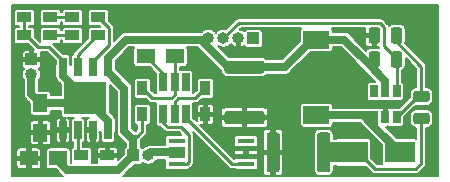
<source format=gbr>
G04 #@! TF.GenerationSoftware,KiCad,Pcbnew,(5.1.6)-1*
G04 #@! TF.CreationDate,2020-05-27T20:21:06+02:00*
G04 #@! TF.ProjectId,charger_stepup,63686172-6765-4725-9f73-74657075702e,rev?*
G04 #@! TF.SameCoordinates,Original*
G04 #@! TF.FileFunction,Copper,L1,Top*
G04 #@! TF.FilePolarity,Positive*
%FSLAX46Y46*%
G04 Gerber Fmt 4.6, Leading zero omitted, Abs format (unit mm)*
G04 Created by KiCad (PCBNEW (5.1.6)-1) date 2020-05-27 20:21:06*
%MOMM*%
%LPD*%
G01*
G04 APERTURE LIST*
G04 #@! TA.AperFunction,SMDPad,CuDef*
%ADD10R,1.500000X1.250000*%
G04 #@! TD*
G04 #@! TA.AperFunction,SMDPad,CuDef*
%ADD11R,1.450000X0.450000*%
G04 #@! TD*
G04 #@! TA.AperFunction,SMDPad,CuDef*
%ADD12R,0.900000X1.200000*%
G04 #@! TD*
G04 #@! TA.AperFunction,SMDPad,CuDef*
%ADD13R,2.200000X1.500000*%
G04 #@! TD*
G04 #@! TA.AperFunction,SMDPad,CuDef*
%ADD14R,2.500000X1.800000*%
G04 #@! TD*
G04 #@! TA.AperFunction,ComponentPad*
%ADD15O,1.000000X1.000000*%
G04 #@! TD*
G04 #@! TA.AperFunction,ComponentPad*
%ADD16R,1.000000X1.000000*%
G04 #@! TD*
G04 #@! TA.AperFunction,SMDPad,CuDef*
%ADD17R,0.650000X1.060000*%
G04 #@! TD*
G04 #@! TA.AperFunction,SMDPad,CuDef*
%ADD18R,1.250000X1.500000*%
G04 #@! TD*
G04 #@! TA.AperFunction,SMDPad,CuDef*
%ADD19R,0.650000X1.560000*%
G04 #@! TD*
G04 #@! TA.AperFunction,SMDPad,CuDef*
%ADD20R,1.200000X0.900000*%
G04 #@! TD*
G04 #@! TA.AperFunction,SMDPad,CuDef*
%ADD21R,0.650000X1.500000*%
G04 #@! TD*
G04 #@! TA.AperFunction,SMDPad,CuDef*
%ADD22R,3.600000X2.700000*%
G04 #@! TD*
G04 #@! TA.AperFunction,ViaPad*
%ADD23C,0.600000*%
G04 #@! TD*
G04 #@! TA.AperFunction,Conductor*
%ADD24C,0.700000*%
G04 #@! TD*
G04 #@! TA.AperFunction,Conductor*
%ADD25C,0.250000*%
G04 #@! TD*
G04 #@! TA.AperFunction,Conductor*
%ADD26C,0.200000*%
G04 #@! TD*
G04 APERTURE END LIST*
G04 #@! TO.P,C5,2*
G04 #@! TO.N,GND*
G04 #@! TA.AperFunction,SMDPad,CuDef*
G36*
G01*
X144983000Y-71701999D02*
X144983000Y-74602001D01*
G75*
G02*
X144733001Y-74852000I-249999J0D01*
G01*
X144107999Y-74852000D01*
G75*
G02*
X143858000Y-74602001I0J249999D01*
G01*
X143858000Y-71701999D01*
G75*
G02*
X144107999Y-71452000I249999J0D01*
G01*
X144733001Y-71452000D01*
G75*
G02*
X144983000Y-71701999I0J-249999D01*
G01*
G37*
G04 #@! TD.AperFunction*
G04 #@! TO.P,C5,1*
G04 #@! TO.N,5Vout*
G04 #@! TA.AperFunction,SMDPad,CuDef*
G36*
G01*
X149258000Y-71701999D02*
X149258000Y-74602001D01*
G75*
G02*
X149008001Y-74852000I-249999J0D01*
G01*
X148382999Y-74852000D01*
G75*
G02*
X148133000Y-74602001I0J249999D01*
G01*
X148133000Y-71701999D01*
G75*
G02*
X148382999Y-71452000I249999J0D01*
G01*
X149008001Y-71452000D01*
G75*
G02*
X149258000Y-71701999I0J-249999D01*
G01*
G37*
G04 #@! TD.AperFunction*
G04 #@! TD*
D10*
G04 #@! TO.P,C3,2*
G04 #@! TO.N,GND*
X123718000Y-73660000D03*
G04 #@! TO.P,C3,1*
G04 #@! TO.N,BAT+*
X126218000Y-73660000D03*
G04 #@! TD*
D11*
G04 #@! TO.P,U3,1*
G04 #@! TO.N,Net-(U3-Pad1)*
X136242000Y-72177000D03*
G04 #@! TO.P,U3,2*
G04 #@! TO.N,BAT-*
X136242000Y-72827000D03*
G04 #@! TO.P,U3,3*
X136242000Y-73477000D03*
G04 #@! TO.P,U3,4*
G04 #@! TO.N,Net-(U2-Pad1)*
X136242000Y-74127000D03*
G04 #@! TO.P,U3,5*
G04 #@! TO.N,Net-(U2-Pad3)*
X142142000Y-74127000D03*
G04 #@! TO.P,U3,6*
G04 #@! TO.N,GND*
X142142000Y-73477000D03*
G04 #@! TO.P,U3,7*
X142142000Y-72827000D03*
G04 #@! TO.P,U3,8*
G04 #@! TO.N,Net-(U3-Pad8)*
X142142000Y-72177000D03*
G04 #@! TD*
D12*
G04 #@! TO.P,R4,1*
G04 #@! TO.N,GND*
X138684000Y-69934000D03*
G04 #@! TO.P,R4,2*
G04 #@! TO.N,Net-(R4-Pad2)*
X138684000Y-67734000D03*
G04 #@! TD*
G04 #@! TO.P,R6,2*
G04 #@! TO.N,EN*
G04 #@! TA.AperFunction,SMDPad,CuDef*
G36*
G01*
X154374000Y-65734250D02*
X154374000Y-64821750D01*
G75*
G02*
X154617750Y-64578000I243750J0D01*
G01*
X155105250Y-64578000D01*
G75*
G02*
X155349000Y-64821750I0J-243750D01*
G01*
X155349000Y-65734250D01*
G75*
G02*
X155105250Y-65978000I-243750J0D01*
G01*
X154617750Y-65978000D01*
G75*
G02*
X154374000Y-65734250I0J243750D01*
G01*
G37*
G04 #@! TD.AperFunction*
G04 #@! TO.P,R6,1*
G04 #@! TO.N,BAT+*
G04 #@! TA.AperFunction,SMDPad,CuDef*
G36*
G01*
X152499000Y-65734250D02*
X152499000Y-64821750D01*
G75*
G02*
X152742750Y-64578000I243750J0D01*
G01*
X153230250Y-64578000D01*
G75*
G02*
X153474000Y-64821750I0J-243750D01*
G01*
X153474000Y-65734250D01*
G75*
G02*
X153230250Y-65978000I-243750J0D01*
G01*
X152742750Y-65978000D01*
G75*
G02*
X152499000Y-65734250I0J243750D01*
G01*
G37*
G04 #@! TD.AperFunction*
G04 #@! TD*
G04 #@! TO.P,C4,2*
G04 #@! TO.N,GND*
G04 #@! TA.AperFunction,SMDPad,CuDef*
G36*
G01*
X140535999Y-69647000D02*
X143436001Y-69647000D01*
G75*
G02*
X143686000Y-69896999I0J-249999D01*
G01*
X143686000Y-70522001D01*
G75*
G02*
X143436001Y-70772000I-249999J0D01*
G01*
X140535999Y-70772000D01*
G75*
G02*
X140286000Y-70522001I0J249999D01*
G01*
X140286000Y-69896999D01*
G75*
G02*
X140535999Y-69647000I249999J0D01*
G01*
G37*
G04 #@! TD.AperFunction*
G04 #@! TO.P,C4,1*
G04 #@! TO.N,BAT+*
G04 #@! TA.AperFunction,SMDPad,CuDef*
G36*
G01*
X140535999Y-65372000D02*
X143436001Y-65372000D01*
G75*
G02*
X143686000Y-65621999I0J-249999D01*
G01*
X143686000Y-66247001D01*
G75*
G02*
X143436001Y-66497000I-249999J0D01*
G01*
X140535999Y-66497000D01*
G75*
G02*
X140286000Y-66247001I0J249999D01*
G01*
X140286000Y-65621999D01*
G75*
G02*
X140535999Y-65372000I249999J0D01*
G01*
G37*
G04 #@! TD.AperFunction*
G04 #@! TD*
G04 #@! TO.P,R7,2*
G04 #@! TO.N,5Vout*
G04 #@! TA.AperFunction,SMDPad,CuDef*
G36*
G01*
X156515750Y-69792000D02*
X157428250Y-69792000D01*
G75*
G02*
X157672000Y-70035750I0J-243750D01*
G01*
X157672000Y-70523250D01*
G75*
G02*
X157428250Y-70767000I-243750J0D01*
G01*
X156515750Y-70767000D01*
G75*
G02*
X156272000Y-70523250I0J243750D01*
G01*
X156272000Y-70035750D01*
G75*
G02*
X156515750Y-69792000I243750J0D01*
G01*
G37*
G04 #@! TD.AperFunction*
G04 #@! TO.P,R7,1*
G04 #@! TO.N,Net-(R7-Pad1)*
G04 #@! TA.AperFunction,SMDPad,CuDef*
G36*
G01*
X156515750Y-67917000D02*
X157428250Y-67917000D01*
G75*
G02*
X157672000Y-68160750I0J-243750D01*
G01*
X157672000Y-68648250D01*
G75*
G02*
X157428250Y-68892000I-243750J0D01*
G01*
X156515750Y-68892000D01*
G75*
G02*
X156272000Y-68648250I0J243750D01*
G01*
X156272000Y-68160750D01*
G75*
G02*
X156515750Y-67917000I243750J0D01*
G01*
G37*
G04 #@! TD.AperFunction*
G04 #@! TD*
D13*
G04 #@! TO.P,L1,2*
G04 #@! TO.N,Net-(D3-Pad2)*
X148082000Y-70002000D03*
G04 #@! TO.P,L1,1*
G04 #@! TO.N,BAT+*
X148082000Y-63602000D03*
G04 #@! TD*
D14*
G04 #@! TO.P,D3,2*
G04 #@! TO.N,Net-(D3-Pad2)*
X155162000Y-73152000D03*
G04 #@! TO.P,D3,1*
G04 #@! TO.N,5Vout*
X151162000Y-73152000D03*
G04 #@! TD*
D15*
G04 #@! TO.P,Charge,2*
G04 #@! TO.N,IN+*
X123952000Y-66548000D03*
D16*
G04 #@! TO.P,Charge,1*
G04 #@! TO.N,GND*
X123952000Y-65278000D03*
G04 #@! TD*
D15*
G04 #@! TO.P,Bat EN GND 5V,4*
G04 #@! TO.N,BAT+*
X138938000Y-63500000D03*
G04 #@! TO.P,Bat EN GND 5V,3*
G04 #@! TO.N,EN*
X140208000Y-63500000D03*
G04 #@! TO.P,Bat EN GND 5V,2*
G04 #@! TO.N,GND*
X141478000Y-63500000D03*
D16*
G04 #@! TO.P,Bat EN GND 5V,1*
G04 #@! TO.N,5Vout*
X142748000Y-63500000D03*
G04 #@! TD*
D15*
G04 #@! TO.P,Bat-+,2*
G04 #@! TO.N,BAT-*
X133858000Y-73406000D03*
D16*
G04 #@! TO.P,Bat-+,1*
G04 #@! TO.N,BAT+*
X132588000Y-73406000D03*
G04 #@! TD*
D17*
G04 #@! TO.P,U4,5*
G04 #@! TO.N,BAT+*
X153924000Y-67988000D03*
G04 #@! TO.P,U4,6*
G04 #@! TO.N,Net-(U4-Pad6)*
X152974000Y-67988000D03*
G04 #@! TO.P,U4,4*
G04 #@! TO.N,EN*
X154874000Y-67988000D03*
G04 #@! TO.P,U4,3*
G04 #@! TO.N,Net-(R7-Pad1)*
X154874000Y-70188000D03*
G04 #@! TO.P,U4,2*
G04 #@! TO.N,GND*
X153924000Y-70188000D03*
G04 #@! TO.P,U4,1*
G04 #@! TO.N,Net-(D3-Pad2)*
X152974000Y-70188000D03*
G04 #@! TD*
G04 #@! TO.P,R8,2*
G04 #@! TO.N,Net-(R7-Pad1)*
G04 #@! TA.AperFunction,SMDPad,CuDef*
G36*
G01*
X154374000Y-63702250D02*
X154374000Y-62789750D01*
G75*
G02*
X154617750Y-62546000I243750J0D01*
G01*
X155105250Y-62546000D01*
G75*
G02*
X155349000Y-62789750I0J-243750D01*
G01*
X155349000Y-63702250D01*
G75*
G02*
X155105250Y-63946000I-243750J0D01*
G01*
X154617750Y-63946000D01*
G75*
G02*
X154374000Y-63702250I0J243750D01*
G01*
G37*
G04 #@! TD.AperFunction*
G04 #@! TO.P,R8,1*
G04 #@! TO.N,GND*
G04 #@! TA.AperFunction,SMDPad,CuDef*
G36*
G01*
X152499000Y-63702250D02*
X152499000Y-62789750D01*
G75*
G02*
X152742750Y-62546000I243750J0D01*
G01*
X153230250Y-62546000D01*
G75*
G02*
X153474000Y-62789750I0J-243750D01*
G01*
X153474000Y-63702250D01*
G75*
G02*
X153230250Y-63946000I-243750J0D01*
G01*
X152742750Y-63946000D01*
G75*
G02*
X152499000Y-63702250I0J243750D01*
G01*
G37*
G04 #@! TD.AperFunction*
G04 #@! TD*
D18*
G04 #@! TO.P,C1,1*
G04 #@! TO.N,IN+*
X124714000Y-68981000D03*
G04 #@! TO.P,C1,2*
G04 #@! TO.N,GND*
X124714000Y-71481000D03*
G04 #@! TD*
D10*
G04 #@! TO.P,C2,1*
G04 #@! TO.N,Net-(C2-Pad1)*
X136124000Y-65024000D03*
G04 #@! TO.P,C2,2*
G04 #@! TO.N,BAT-*
X133624000Y-65024000D03*
G04 #@! TD*
D19*
G04 #@! TO.P,U2,1*
G04 #@! TO.N,Net-(U2-Pad1)*
X135117800Y-69917300D03*
G04 #@! TO.P,U2,2*
G04 #@! TO.N,Net-(R4-Pad2)*
X136067800Y-69917300D03*
G04 #@! TO.P,U2,3*
G04 #@! TO.N,Net-(U2-Pad3)*
X137017800Y-69917300D03*
G04 #@! TO.P,U2,4*
G04 #@! TO.N,Net-(U2-Pad4)*
X137017800Y-67217300D03*
G04 #@! TO.P,U2,6*
G04 #@! TO.N,BAT-*
X135117800Y-67217300D03*
G04 #@! TO.P,U2,5*
G04 #@! TO.N,Net-(C2-Pad1)*
X136067800Y-67217300D03*
G04 #@! TD*
D20*
G04 #@! TO.P,R1,1*
G04 #@! TO.N,Net-(R1-Pad1)*
X129624000Y-61722000D03*
G04 #@! TO.P,R1,2*
G04 #@! TO.N,Net-(D2-Pad1)*
X127424000Y-61722000D03*
G04 #@! TD*
G04 #@! TO.P,R2,1*
G04 #@! TO.N,Net-(R2-Pad1)*
X129624000Y-63246000D03*
G04 #@! TO.P,R2,2*
G04 #@! TO.N,Net-(D1-Pad1)*
X127424000Y-63246000D03*
G04 #@! TD*
G04 #@! TO.P,R3,1*
G04 #@! TO.N,GND*
X130386000Y-73406000D03*
G04 #@! TO.P,R3,2*
G04 #@! TO.N,Net-(R3-Pad2)*
X128186000Y-73406000D03*
G04 #@! TD*
D12*
G04 #@! TO.P,R5,1*
G04 #@! TO.N,BAT+*
X133350000Y-69934000D03*
G04 #@! TO.P,R5,2*
G04 #@! TO.N,Net-(C2-Pad1)*
X133350000Y-67734000D03*
G04 #@! TD*
D20*
G04 #@! TO.P,D1,1*
G04 #@! TO.N,Net-(D1-Pad1)*
X125560000Y-63246000D03*
G04 #@! TO.P,D1,2*
G04 #@! TO.N,IN+*
X123360000Y-63246000D03*
G04 #@! TD*
G04 #@! TO.P,D2,1*
G04 #@! TO.N,Net-(D2-Pad1)*
X125560000Y-61722000D03*
G04 #@! TO.P,D2,2*
G04 #@! TO.N,IN+*
X123360000Y-61722000D03*
G04 #@! TD*
D21*
G04 #@! TO.P,U1,1*
G04 #@! TO.N,GND*
X126619000Y-71280000D03*
G04 #@! TO.P,U1,2*
G04 #@! TO.N,Net-(R3-Pad2)*
X127889000Y-71280000D03*
G04 #@! TO.P,U1,3*
G04 #@! TO.N,GND*
X129159000Y-71280000D03*
G04 #@! TO.P,U1,4*
G04 #@! TO.N,IN+*
X130429000Y-71280000D03*
G04 #@! TO.P,U1,5*
G04 #@! TO.N,BAT+*
X130429000Y-65880000D03*
G04 #@! TO.P,U1,6*
G04 #@! TO.N,Net-(R1-Pad1)*
X129159000Y-65880000D03*
G04 #@! TO.P,U1,7*
G04 #@! TO.N,Net-(R2-Pad1)*
X127889000Y-65880000D03*
G04 #@! TO.P,U1,8*
G04 #@! TO.N,IN+*
X126619000Y-65880000D03*
D22*
G04 #@! TO.P,U1,9*
X128524000Y-68580000D03*
G04 #@! TD*
D23*
G04 #@! TO.N,GND*
X152908000Y-63246000D03*
G04 #@! TO.N,BAT-*
X133604000Y-65024000D03*
G04 #@! TO.N,GND*
X130386000Y-73406000D03*
X131826000Y-65786000D03*
G04 #@! TO.N,5Vout*
X151130000Y-73152000D03*
X149606000Y-73152000D03*
G04 #@! TD*
D24*
G04 #@! TO.N,IN+*
X126619000Y-66675000D02*
X128524000Y-68580000D01*
X126619000Y-65880000D02*
X126619000Y-66675000D01*
X130429000Y-70485000D02*
X128524000Y-68580000D01*
X130429000Y-71280000D02*
X130429000Y-70485000D01*
X123952000Y-68219000D02*
X124714000Y-68981000D01*
X123952000Y-66548000D02*
X123952000Y-68219000D01*
X128123000Y-68981000D02*
X128524000Y-68580000D01*
X124714000Y-68981000D02*
X128123000Y-68981000D01*
D25*
X123360000Y-61722000D02*
X123360000Y-63246000D01*
X123510000Y-63246000D02*
X124526000Y-64262000D01*
X123360000Y-63246000D02*
X123510000Y-63246000D01*
X124526000Y-64262000D02*
X125476000Y-64262000D01*
X126619000Y-65405000D02*
X126619000Y-65880000D01*
X125476000Y-64262000D02*
X126619000Y-65405000D01*
G04 #@! TO.N,Net-(C2-Pad1)*
X136067800Y-68273790D02*
X135761590Y-68580000D01*
X136067800Y-67217300D02*
X136067800Y-68273790D01*
X134196000Y-68580000D02*
X133350000Y-67734000D01*
X135761590Y-68580000D02*
X134196000Y-68580000D01*
X136067800Y-65080200D02*
X136124000Y-65024000D01*
X136067800Y-67217300D02*
X136067800Y-65080200D01*
D24*
G04 #@! TO.N,BAT-*
X133858000Y-73406000D02*
X134112000Y-73152000D01*
X134112000Y-73152000D02*
X136626600Y-73152000D01*
D25*
X135117800Y-66517800D02*
X133624000Y-65024000D01*
X135117800Y-67217300D02*
X135117800Y-66517800D01*
G04 #@! TO.N,Net-(D1-Pad1)*
X127424000Y-63246000D02*
X125560000Y-63246000D01*
G04 #@! TO.N,Net-(D2-Pad1)*
X127424000Y-61722000D02*
X125560000Y-61722000D01*
G04 #@! TO.N,Net-(R1-Pad1)*
X130549001Y-64064999D02*
X130549001Y-62647001D01*
X129159000Y-65455000D02*
X130549001Y-64064999D01*
X130549001Y-62647001D02*
X129624000Y-61722000D01*
X129159000Y-65880000D02*
X129159000Y-65455000D01*
G04 #@! TO.N,Net-(R2-Pad1)*
X127889000Y-64880000D02*
X129523000Y-63246000D01*
X129523000Y-63246000D02*
X129624000Y-63246000D01*
X127889000Y-65880000D02*
X127889000Y-64880000D01*
G04 #@! TO.N,Net-(R3-Pad2)*
X127889000Y-73109000D02*
X128186000Y-73406000D01*
X127889000Y-71280000D02*
X127889000Y-73109000D01*
G04 #@! TO.N,Net-(R4-Pad2)*
X136067800Y-69917300D02*
X136067800Y-68910200D01*
X136067800Y-68910200D02*
X136398000Y-68580000D01*
X137838000Y-68580000D02*
X138684000Y-67734000D01*
X136398000Y-68580000D02*
X137838000Y-68580000D01*
D24*
G04 #@! TO.N,BAT+*
X131318000Y-74676000D02*
X132588000Y-73406000D01*
X127000000Y-74676000D02*
X131318000Y-74676000D01*
X126218000Y-73660000D02*
X126218000Y-73894000D01*
X126218000Y-73894000D02*
X127000000Y-74676000D01*
X132588000Y-73406000D02*
X132588000Y-72136000D01*
X130429000Y-66344998D02*
X130429000Y-65880000D01*
X131826000Y-67741998D02*
X130429000Y-66344998D01*
X131826000Y-71374000D02*
X131826000Y-67741998D01*
X130429000Y-65151000D02*
X130429000Y-65880000D01*
X141986000Y-65934500D02*
X140610500Y-65934500D01*
X131978000Y-63602000D02*
X130429000Y-65151000D01*
X141986000Y-65934500D02*
X143361500Y-65934500D01*
X148082000Y-63602000D02*
X147726000Y-63602000D01*
X145393500Y-65934500D02*
X141986000Y-65934500D01*
X147726000Y-63602000D02*
X145393500Y-65934500D01*
X153924000Y-67092998D02*
X153924000Y-67988000D01*
X148082000Y-63602000D02*
X150433002Y-63602000D01*
D25*
X152908000Y-65278000D02*
X152508501Y-65677499D01*
X152986500Y-65278000D02*
X152908000Y-65278000D01*
D24*
X150433002Y-63602000D02*
X152508501Y-65677499D01*
X152508501Y-65677499D02*
X153924000Y-67092998D01*
D25*
X148082000Y-63602000D02*
X147676000Y-63602000D01*
X147650600Y-63602000D02*
X148082000Y-63602000D01*
X138938000Y-63500000D02*
X138557000Y-63881000D01*
D24*
X140610500Y-65934500D02*
X138557000Y-63881000D01*
X138557000Y-63881000D02*
X138278000Y-63602000D01*
X131978000Y-63602000D02*
X138278000Y-63602000D01*
D25*
X133350000Y-69934000D02*
X133350000Y-71374000D01*
D24*
X132207000Y-71755000D02*
X131826000Y-71374000D01*
X132588000Y-72136000D02*
X132207000Y-71755000D01*
D25*
X132969000Y-71755000D02*
X132207000Y-71755000D01*
X132969000Y-71755000D02*
X132588000Y-72136000D01*
X133350000Y-71374000D02*
X132969000Y-71755000D01*
G04 #@! TO.N,Net-(U2-Pad1)*
X135117800Y-70657302D02*
X135117800Y-69917300D01*
X135482799Y-71022301D02*
X135117800Y-70657302D01*
X136622303Y-71022301D02*
X135482799Y-71022301D01*
X137301610Y-71701608D02*
X136622303Y-71022301D01*
X137301610Y-73952392D02*
X137301610Y-71701608D01*
X137127002Y-74127000D02*
X137301610Y-73952392D01*
X136242000Y-74127000D02*
X137127002Y-74127000D01*
D24*
G04 #@! TO.N,GND*
X123825000Y-73553000D02*
X123718000Y-73660000D01*
D25*
X130386000Y-73406000D02*
X130386000Y-73406000D01*
G04 #@! TO.N,Net-(U2-Pad3)*
X142142000Y-74127000D02*
X141167000Y-74127000D01*
X137017800Y-69917300D02*
X137017800Y-70215800D01*
X140929000Y-74127000D02*
X141167000Y-74127000D01*
X137017800Y-70215800D02*
X140929000Y-74127000D01*
D24*
G04 #@! TO.N,5Vout*
X151162000Y-73152000D02*
X150622000Y-73152000D01*
X150622000Y-73152000D02*
X150114000Y-73660000D01*
X149203500Y-73660000D02*
X148695500Y-73152000D01*
X150114000Y-73660000D02*
X149203500Y-73660000D01*
X151162000Y-73152000D02*
X151130000Y-73152000D01*
X151130000Y-73152000D02*
X150622000Y-72644000D01*
X150622000Y-72644000D02*
X149352000Y-72644000D01*
X149352000Y-72644000D02*
X149352000Y-72898000D01*
X149352000Y-72898000D02*
X149606000Y-73152000D01*
D25*
X151162000Y-73152000D02*
X151384000Y-73152000D01*
D24*
G04 #@! TO.N,Net-(D3-Pad2)*
X148268000Y-70188000D02*
X148082000Y-70002000D01*
X152974000Y-70964000D02*
X155162000Y-73152000D01*
X152974000Y-70188000D02*
X152974000Y-70964000D01*
X152788000Y-70002000D02*
X152974000Y-70188000D01*
X151994000Y-70002000D02*
X152012000Y-70002000D01*
X151994000Y-70002000D02*
X152788000Y-70002000D01*
X152012000Y-70002000D02*
X152974000Y-70964000D01*
X148082000Y-70002000D02*
X151994000Y-70002000D01*
D25*
G04 #@! TO.N,EN*
X154874000Y-65290500D02*
X154861500Y-65278000D01*
X154874000Y-67988000D02*
X154874000Y-65290500D01*
X153799010Y-64137010D02*
X154940000Y-65278000D01*
X153799010Y-62554160D02*
X153799010Y-64137010D01*
X153465840Y-62220990D02*
X153799010Y-62554160D01*
X141487010Y-62220990D02*
X153465840Y-62220990D01*
X140208000Y-63500000D02*
X141487010Y-62220990D01*
X154861500Y-65278000D02*
X154940000Y-65278000D01*
G04 #@! TO.N,Net-(R7-Pad1)*
X154861500Y-63773650D02*
X154861500Y-63246000D01*
X156972000Y-65884150D02*
X154861500Y-63773650D01*
X156972000Y-68404500D02*
X156972000Y-65884150D01*
X156972000Y-68404500D02*
X156639500Y-68404500D01*
X154874000Y-70170000D02*
X154874000Y-70188000D01*
X156639500Y-68404500D02*
X154874000Y-70170000D01*
D24*
G04 #@! TO.N,5Vout*
X151130000Y-73152000D02*
X151130000Y-73152000D01*
X149606000Y-73152000D02*
X149606000Y-73152000D01*
D25*
X151130000Y-73152000D02*
X151638000Y-73152000D01*
X151638000Y-73152000D02*
X153061027Y-74575027D01*
X156972000Y-74077002D02*
X156972000Y-70279500D01*
X156473975Y-74575027D02*
X156972000Y-74077002D01*
X153061027Y-74575027D02*
X156473975Y-74575027D01*
G04 #@! TD*
D26*
G04 #@! TO.N,GND*
G36*
X158375001Y-75190000D02*
G01*
X131716290Y-75190000D01*
X131779843Y-75137843D01*
X131800200Y-75113038D01*
X132061238Y-74852000D01*
X143556548Y-74852000D01*
X143562340Y-74910810D01*
X143579495Y-74967361D01*
X143607352Y-75019478D01*
X143644841Y-75065159D01*
X143690522Y-75102648D01*
X143742639Y-75130505D01*
X143799190Y-75147660D01*
X143858000Y-75153452D01*
X144191500Y-75152000D01*
X144266500Y-75077000D01*
X144266500Y-73306000D01*
X144574500Y-73306000D01*
X144574500Y-75077000D01*
X144649500Y-75152000D01*
X144983000Y-75153452D01*
X145041810Y-75147660D01*
X145098361Y-75130505D01*
X145150478Y-75102648D01*
X145196159Y-75065159D01*
X145233648Y-75019478D01*
X145261505Y-74967361D01*
X145278660Y-74910810D01*
X145284452Y-74852000D01*
X145283000Y-73381000D01*
X145208000Y-73306000D01*
X144574500Y-73306000D01*
X144266500Y-73306000D01*
X143633000Y-73306000D01*
X143558000Y-73381000D01*
X143556548Y-74852000D01*
X132061238Y-74852000D01*
X132705788Y-74207451D01*
X133088000Y-74207451D01*
X133146810Y-74201659D01*
X133203360Y-74184504D01*
X133255477Y-74156647D01*
X133301158Y-74119158D01*
X133338647Y-74073477D01*
X133359263Y-74034907D01*
X133479058Y-74114951D01*
X133624649Y-74175257D01*
X133779207Y-74206000D01*
X133936793Y-74206000D01*
X134091351Y-74175257D01*
X134236942Y-74114951D01*
X134367970Y-74027401D01*
X134479401Y-73915970D01*
X134555553Y-73802000D01*
X135233836Y-73802000D01*
X135221341Y-73843190D01*
X135215549Y-73902000D01*
X135215549Y-74352000D01*
X135221341Y-74410810D01*
X135238496Y-74467360D01*
X135266353Y-74519477D01*
X135303842Y-74565158D01*
X135349523Y-74602647D01*
X135401640Y-74630504D01*
X135458190Y-74647659D01*
X135517000Y-74653451D01*
X136967000Y-74653451D01*
X137025810Y-74647659D01*
X137082360Y-74630504D01*
X137134477Y-74602647D01*
X137180158Y-74565158D01*
X137194745Y-74547384D01*
X137210316Y-74545850D01*
X137290429Y-74521548D01*
X137364262Y-74482084D01*
X137428976Y-74428974D01*
X137442286Y-74412756D01*
X137587368Y-74267674D01*
X137603584Y-74254366D01*
X137656694Y-74189652D01*
X137696158Y-74115819D01*
X137720460Y-74035706D01*
X137726610Y-73973266D01*
X137726610Y-73973260D01*
X137728665Y-73952393D01*
X137726610Y-73931526D01*
X137726610Y-71722474D01*
X137728665Y-71701607D01*
X137726610Y-71680740D01*
X137726610Y-71680734D01*
X137720460Y-71618294D01*
X137720112Y-71617145D01*
X137712354Y-71591573D01*
X137696158Y-71538181D01*
X137656694Y-71464348D01*
X137617270Y-71416310D01*
X140613721Y-74412762D01*
X140627026Y-74428974D01*
X140691740Y-74482084D01*
X140765573Y-74521548D01*
X140821383Y-74538478D01*
X140845685Y-74545850D01*
X140854098Y-74546679D01*
X140908126Y-74552000D01*
X140908132Y-74552000D01*
X140928999Y-74554055D01*
X140949866Y-74552000D01*
X141193044Y-74552000D01*
X141203842Y-74565158D01*
X141249523Y-74602647D01*
X141301640Y-74630504D01*
X141358190Y-74647659D01*
X141417000Y-74653451D01*
X142867000Y-74653451D01*
X142925810Y-74647659D01*
X142982360Y-74630504D01*
X143034477Y-74602647D01*
X143080158Y-74565158D01*
X143117647Y-74519477D01*
X143145504Y-74467360D01*
X143162659Y-74410810D01*
X143168451Y-74352000D01*
X143168451Y-73902000D01*
X143162659Y-73843190D01*
X143150164Y-73802002D01*
X143162660Y-73760810D01*
X143168452Y-73702000D01*
X143167000Y-73677000D01*
X143092000Y-73602000D01*
X142881733Y-73602000D01*
X142867000Y-73600549D01*
X141417000Y-73600549D01*
X141402267Y-73602000D01*
X141192000Y-73602000D01*
X141117000Y-73677000D01*
X141115548Y-73702000D01*
X141105041Y-73702000D01*
X140455041Y-73052000D01*
X141115548Y-73052000D01*
X141121340Y-73110810D01*
X141133835Y-73151999D01*
X141121340Y-73193190D01*
X141115548Y-73252000D01*
X141117000Y-73277000D01*
X141192000Y-73352000D01*
X141402257Y-73352000D01*
X141417000Y-73353452D01*
X141913000Y-73352000D01*
X141988000Y-73352000D01*
X141988000Y-72952000D01*
X142296000Y-72952000D01*
X142296000Y-73352000D01*
X142371000Y-73352000D01*
X142867000Y-73353452D01*
X142881743Y-73352000D01*
X143092000Y-73352000D01*
X143167000Y-73277000D01*
X143168452Y-73252000D01*
X143162660Y-73193190D01*
X143150165Y-73151999D01*
X143162660Y-73110810D01*
X143168452Y-73052000D01*
X143167000Y-73027000D01*
X143092000Y-72952000D01*
X142881743Y-72952000D01*
X142867000Y-72950548D01*
X142371000Y-72952000D01*
X142296000Y-72952000D01*
X141988000Y-72952000D01*
X141913000Y-72952000D01*
X141417000Y-72950548D01*
X141402257Y-72952000D01*
X141192000Y-72952000D01*
X141117000Y-73027000D01*
X141115548Y-73052000D01*
X140455041Y-73052000D01*
X140005041Y-72602000D01*
X141115548Y-72602000D01*
X141117000Y-72627000D01*
X141192000Y-72702000D01*
X141402267Y-72702000D01*
X141417000Y-72703451D01*
X142867000Y-72703451D01*
X142881733Y-72702000D01*
X143092000Y-72702000D01*
X143167000Y-72627000D01*
X143168452Y-72602000D01*
X143162660Y-72543190D01*
X143150164Y-72501998D01*
X143162659Y-72460810D01*
X143168451Y-72402000D01*
X143168451Y-71952000D01*
X143162659Y-71893190D01*
X143145504Y-71836640D01*
X143117647Y-71784523D01*
X143080158Y-71738842D01*
X143034477Y-71701353D01*
X142982360Y-71673496D01*
X142925810Y-71656341D01*
X142867000Y-71650549D01*
X141417000Y-71650549D01*
X141358190Y-71656341D01*
X141301640Y-71673496D01*
X141249523Y-71701353D01*
X141203842Y-71738842D01*
X141166353Y-71784523D01*
X141138496Y-71836640D01*
X141121341Y-71893190D01*
X141115549Y-71952000D01*
X141115549Y-72402000D01*
X141121341Y-72460810D01*
X141133836Y-72501998D01*
X141121340Y-72543190D01*
X141115548Y-72602000D01*
X140005041Y-72602000D01*
X138855041Y-71452000D01*
X143556548Y-71452000D01*
X143558000Y-72923000D01*
X143633000Y-72998000D01*
X144266500Y-72998000D01*
X144266500Y-71227000D01*
X144574500Y-71227000D01*
X144574500Y-72998000D01*
X145208000Y-72998000D01*
X145283000Y-72923000D01*
X145284452Y-71452000D01*
X145278660Y-71393190D01*
X145261505Y-71336639D01*
X145233648Y-71284522D01*
X145196159Y-71238841D01*
X145150478Y-71201352D01*
X145098361Y-71173495D01*
X145041810Y-71156340D01*
X144983000Y-71150548D01*
X144649500Y-71152000D01*
X144574500Y-71227000D01*
X144266500Y-71227000D01*
X144191500Y-71152000D01*
X143858000Y-71150548D01*
X143799190Y-71156340D01*
X143742639Y-71173495D01*
X143690522Y-71201352D01*
X143644841Y-71238841D01*
X143607352Y-71284522D01*
X143579495Y-71336639D01*
X143562340Y-71393190D01*
X143556548Y-71452000D01*
X138855041Y-71452000D01*
X138238463Y-70835423D01*
X138455000Y-70834000D01*
X138530000Y-70759000D01*
X138530000Y-70088000D01*
X138838000Y-70088000D01*
X138838000Y-70759000D01*
X138913000Y-70834000D01*
X139134000Y-70835452D01*
X139192810Y-70829660D01*
X139249361Y-70812505D01*
X139301478Y-70784648D01*
X139316889Y-70772000D01*
X139984548Y-70772000D01*
X139990340Y-70830810D01*
X140007495Y-70887361D01*
X140035352Y-70939478D01*
X140072841Y-70985159D01*
X140118522Y-71022648D01*
X140170639Y-71050505D01*
X140227190Y-71067660D01*
X140286000Y-71073452D01*
X141757000Y-71072000D01*
X141832000Y-70997000D01*
X141832000Y-70363500D01*
X142140000Y-70363500D01*
X142140000Y-70997000D01*
X142215000Y-71072000D01*
X143686000Y-71073452D01*
X143744810Y-71067660D01*
X143801361Y-71050505D01*
X143853478Y-71022648D01*
X143899159Y-70985159D01*
X143936648Y-70939478D01*
X143964505Y-70887361D01*
X143981660Y-70830810D01*
X143987452Y-70772000D01*
X143986000Y-70438500D01*
X143911000Y-70363500D01*
X142140000Y-70363500D01*
X141832000Y-70363500D01*
X140061000Y-70363500D01*
X139986000Y-70438500D01*
X139984548Y-70772000D01*
X139316889Y-70772000D01*
X139347159Y-70747159D01*
X139384648Y-70701478D01*
X139412505Y-70649361D01*
X139429660Y-70592810D01*
X139435452Y-70534000D01*
X139434000Y-70163000D01*
X139359000Y-70088000D01*
X138838000Y-70088000D01*
X138530000Y-70088000D01*
X138009000Y-70088000D01*
X137934000Y-70163000D01*
X137932566Y-70529525D01*
X137644251Y-70241211D01*
X137644251Y-69334000D01*
X137932548Y-69334000D01*
X137934000Y-69705000D01*
X138009000Y-69780000D01*
X138530000Y-69780000D01*
X138530000Y-69109000D01*
X138838000Y-69109000D01*
X138838000Y-69780000D01*
X139359000Y-69780000D01*
X139434000Y-69705000D01*
X139434226Y-69647000D01*
X139984548Y-69647000D01*
X139986000Y-69980500D01*
X140061000Y-70055500D01*
X141832000Y-70055500D01*
X141832000Y-69422000D01*
X142140000Y-69422000D01*
X142140000Y-70055500D01*
X143911000Y-70055500D01*
X143986000Y-69980500D01*
X143987452Y-69647000D01*
X143981660Y-69588190D01*
X143964505Y-69531639D01*
X143936648Y-69479522D01*
X143899159Y-69433841D01*
X143853478Y-69396352D01*
X143801361Y-69368495D01*
X143744810Y-69351340D01*
X143686000Y-69345548D01*
X142215000Y-69347000D01*
X142140000Y-69422000D01*
X141832000Y-69422000D01*
X141757000Y-69347000D01*
X140286000Y-69345548D01*
X140227190Y-69351340D01*
X140170639Y-69368495D01*
X140118522Y-69396352D01*
X140072841Y-69433841D01*
X140035352Y-69479522D01*
X140007495Y-69531639D01*
X139990340Y-69588190D01*
X139984548Y-69647000D01*
X139434226Y-69647000D01*
X139435452Y-69334000D01*
X139429660Y-69275190D01*
X139412505Y-69218639D01*
X139384648Y-69166522D01*
X139347159Y-69120841D01*
X139301478Y-69083352D01*
X139249361Y-69055495D01*
X139192810Y-69038340D01*
X139134000Y-69032548D01*
X138913000Y-69034000D01*
X138838000Y-69109000D01*
X138530000Y-69109000D01*
X138455000Y-69034000D01*
X138234000Y-69032548D01*
X138175190Y-69038340D01*
X138118639Y-69055495D01*
X138066522Y-69083352D01*
X138020841Y-69120841D01*
X137983352Y-69166522D01*
X137955495Y-69218639D01*
X137938340Y-69275190D01*
X137932548Y-69334000D01*
X137644251Y-69334000D01*
X137644251Y-69137300D01*
X137638459Y-69078490D01*
X137621304Y-69021940D01*
X137612249Y-69005000D01*
X137817133Y-69005000D01*
X137838000Y-69007055D01*
X137858867Y-69005000D01*
X137858874Y-69005000D01*
X137921314Y-68998850D01*
X138001427Y-68974548D01*
X138075260Y-68935084D01*
X138139974Y-68881974D01*
X138153283Y-68865757D01*
X138383589Y-68635451D01*
X139134000Y-68635451D01*
X139192810Y-68629659D01*
X139249360Y-68612504D01*
X139301477Y-68584647D01*
X139347158Y-68547158D01*
X139384647Y-68501477D01*
X139412504Y-68449360D01*
X139429659Y-68392810D01*
X139435451Y-68334000D01*
X139435451Y-67134000D01*
X139429659Y-67075190D01*
X139412504Y-67018640D01*
X139384647Y-66966523D01*
X139347158Y-66920842D01*
X139301477Y-66883353D01*
X139249360Y-66855496D01*
X139192810Y-66838341D01*
X139134000Y-66832549D01*
X138234000Y-66832549D01*
X138175190Y-66838341D01*
X138118640Y-66855496D01*
X138066523Y-66883353D01*
X138020842Y-66920842D01*
X137983353Y-66966523D01*
X137955496Y-67018640D01*
X137938341Y-67075190D01*
X137932549Y-67134000D01*
X137932549Y-67884411D01*
X137661960Y-68155000D01*
X137598673Y-68155000D01*
X137621304Y-68112660D01*
X137638459Y-68056110D01*
X137644251Y-67997300D01*
X137644251Y-66437300D01*
X137638459Y-66378490D01*
X137621304Y-66321940D01*
X137593447Y-66269823D01*
X137555958Y-66224142D01*
X137510277Y-66186653D01*
X137458160Y-66158796D01*
X137401610Y-66141641D01*
X137342800Y-66135849D01*
X136692800Y-66135849D01*
X136633990Y-66141641D01*
X136577440Y-66158796D01*
X136542800Y-66177311D01*
X136508160Y-66158796D01*
X136492800Y-66154136D01*
X136492800Y-65950451D01*
X136874000Y-65950451D01*
X136932810Y-65944659D01*
X136989360Y-65927504D01*
X137041477Y-65899647D01*
X137087158Y-65862158D01*
X137124647Y-65816477D01*
X137152504Y-65764360D01*
X137169659Y-65707810D01*
X137175451Y-65649000D01*
X137175451Y-64399000D01*
X137169659Y-64340190D01*
X137152504Y-64283640D01*
X137135592Y-64252000D01*
X138008762Y-64252000D01*
X138074802Y-64318040D01*
X139984549Y-66227788D01*
X139984549Y-66247001D01*
X139995145Y-66354584D01*
X140026526Y-66458032D01*
X140077485Y-66553370D01*
X140146065Y-66636935D01*
X140229630Y-66705515D01*
X140324968Y-66756474D01*
X140428416Y-66787855D01*
X140535999Y-66798451D01*
X143436001Y-66798451D01*
X143543584Y-66787855D01*
X143647032Y-66756474D01*
X143742370Y-66705515D01*
X143825935Y-66636935D01*
X143868967Y-66584500D01*
X145361579Y-66584500D01*
X145393500Y-66587644D01*
X145425421Y-66584500D01*
X145425432Y-66584500D01*
X145520922Y-66575095D01*
X145643448Y-66537927D01*
X145756368Y-66477570D01*
X145855343Y-66396343D01*
X145875700Y-66371538D01*
X147593788Y-64653451D01*
X149182000Y-64653451D01*
X149240810Y-64647659D01*
X149297360Y-64630504D01*
X149349477Y-64602647D01*
X149395158Y-64565158D01*
X149432647Y-64519477D01*
X149460504Y-64467360D01*
X149477659Y-64410810D01*
X149483451Y-64352000D01*
X149483451Y-64252000D01*
X150163764Y-64252000D01*
X153068313Y-67156549D01*
X152649000Y-67156549D01*
X152590190Y-67162341D01*
X152533640Y-67179496D01*
X152481523Y-67207353D01*
X152435842Y-67244842D01*
X152398353Y-67290523D01*
X152370496Y-67342640D01*
X152353341Y-67399190D01*
X152347549Y-67458000D01*
X152347549Y-68518000D01*
X152353341Y-68576810D01*
X152370496Y-68633360D01*
X152398353Y-68685477D01*
X152435842Y-68731158D01*
X152481523Y-68768647D01*
X152533640Y-68796504D01*
X152590190Y-68813659D01*
X152649000Y-68819451D01*
X153299000Y-68819451D01*
X153357810Y-68813659D01*
X153414360Y-68796504D01*
X153449000Y-68777989D01*
X153483640Y-68796504D01*
X153540190Y-68813659D01*
X153599000Y-68819451D01*
X154249000Y-68819451D01*
X154307810Y-68813659D01*
X154364360Y-68796504D01*
X154399000Y-68777989D01*
X154433640Y-68796504D01*
X154490190Y-68813659D01*
X154549000Y-68819451D01*
X155199000Y-68819451D01*
X155257810Y-68813659D01*
X155314360Y-68796504D01*
X155366477Y-68768647D01*
X155412158Y-68731158D01*
X155449647Y-68685477D01*
X155477504Y-68633360D01*
X155494659Y-68576810D01*
X155500451Y-68518000D01*
X155500451Y-67458000D01*
X155494659Y-67399190D01*
X155477504Y-67342640D01*
X155449647Y-67290523D01*
X155412158Y-67244842D01*
X155366477Y-67207353D01*
X155314360Y-67179496D01*
X155299000Y-67174836D01*
X155299000Y-66242467D01*
X155313889Y-66237950D01*
X155408147Y-66187568D01*
X155490765Y-66119765D01*
X155558568Y-66037147D01*
X155608950Y-65942889D01*
X155639975Y-65840613D01*
X155650451Y-65734250D01*
X155650451Y-65163642D01*
X156547001Y-66060192D01*
X156547000Y-67615549D01*
X156515750Y-67615549D01*
X156409387Y-67626025D01*
X156307111Y-67657050D01*
X156212853Y-67707432D01*
X156130235Y-67775235D01*
X156062432Y-67857853D01*
X156012050Y-67952111D01*
X155981025Y-68054387D01*
X155970549Y-68160750D01*
X155970549Y-68472410D01*
X155086411Y-69356549D01*
X154549000Y-69356549D01*
X154490190Y-69362341D01*
X154433640Y-69379496D01*
X154399001Y-69398011D01*
X154364361Y-69379495D01*
X154307810Y-69362340D01*
X154249000Y-69356548D01*
X154153000Y-69358000D01*
X154078000Y-69433000D01*
X154078000Y-70034000D01*
X154098000Y-70034000D01*
X154098000Y-70342000D01*
X154078000Y-70342000D01*
X154078000Y-70362000D01*
X153770000Y-70362000D01*
X153770000Y-70342000D01*
X153750000Y-70342000D01*
X153750000Y-70034000D01*
X153770000Y-70034000D01*
X153770000Y-69433000D01*
X153695000Y-69358000D01*
X153599000Y-69356548D01*
X153540190Y-69362340D01*
X153483639Y-69379495D01*
X153448999Y-69398011D01*
X153414360Y-69379496D01*
X153357810Y-69362341D01*
X153299000Y-69356549D01*
X152866118Y-69356549D01*
X152819932Y-69352000D01*
X152819921Y-69352000D01*
X152788000Y-69348856D01*
X152756079Y-69352000D01*
X152043921Y-69352000D01*
X152012000Y-69348856D01*
X151980079Y-69352000D01*
X149483451Y-69352000D01*
X149483451Y-69252000D01*
X149477659Y-69193190D01*
X149460504Y-69136640D01*
X149432647Y-69084523D01*
X149395158Y-69038842D01*
X149349477Y-69001353D01*
X149297360Y-68973496D01*
X149240810Y-68956341D01*
X149182000Y-68950549D01*
X146982000Y-68950549D01*
X146923190Y-68956341D01*
X146866640Y-68973496D01*
X146814523Y-69001353D01*
X146768842Y-69038842D01*
X146731353Y-69084523D01*
X146703496Y-69136640D01*
X146686341Y-69193190D01*
X146680549Y-69252000D01*
X146680549Y-70752000D01*
X146686341Y-70810810D01*
X146703496Y-70867360D01*
X146731353Y-70919477D01*
X146768842Y-70965158D01*
X146814523Y-71002647D01*
X146866640Y-71030504D01*
X146923190Y-71047659D01*
X146982000Y-71053451D01*
X149182000Y-71053451D01*
X149240810Y-71047659D01*
X149297360Y-71030504D01*
X149349477Y-71002647D01*
X149395158Y-70965158D01*
X149432647Y-70919477D01*
X149460504Y-70867360D01*
X149477659Y-70810810D01*
X149483451Y-70752000D01*
X149483451Y-70652000D01*
X151742762Y-70652000D01*
X152491810Y-71401049D01*
X152512158Y-71425843D01*
X152536952Y-71446191D01*
X152536959Y-71446198D01*
X152536964Y-71446202D01*
X153610549Y-72519788D01*
X153610549Y-74052000D01*
X153616341Y-74110810D01*
X153628238Y-74150027D01*
X153237068Y-74150027D01*
X152713451Y-73626410D01*
X152713451Y-72252000D01*
X152707659Y-72193190D01*
X152690504Y-72136640D01*
X152662647Y-72084523D01*
X152625158Y-72038842D01*
X152579477Y-72001353D01*
X152527360Y-71973496D01*
X152470810Y-71956341D01*
X152412000Y-71950549D01*
X149912000Y-71950549D01*
X149853190Y-71956341D01*
X149796640Y-71973496D01*
X149758280Y-71994000D01*
X149559451Y-71994000D01*
X149559451Y-71701999D01*
X149548855Y-71594416D01*
X149517474Y-71490968D01*
X149466515Y-71395630D01*
X149397935Y-71312065D01*
X149314370Y-71243485D01*
X149219032Y-71192526D01*
X149115584Y-71161145D01*
X149008001Y-71150549D01*
X148382999Y-71150549D01*
X148275416Y-71161145D01*
X148171968Y-71192526D01*
X148076630Y-71243485D01*
X147993065Y-71312065D01*
X147924485Y-71395630D01*
X147873526Y-71490968D01*
X147842145Y-71594416D01*
X147831549Y-71701999D01*
X147831549Y-74602001D01*
X147842145Y-74709584D01*
X147873526Y-74813032D01*
X147924485Y-74908370D01*
X147993065Y-74991935D01*
X148076630Y-75060515D01*
X148171968Y-75111474D01*
X148275416Y-75142855D01*
X148382999Y-75153451D01*
X149008001Y-75153451D01*
X149115584Y-75142855D01*
X149219032Y-75111474D01*
X149314370Y-75060515D01*
X149397935Y-74991935D01*
X149466515Y-74908370D01*
X149517474Y-74813032D01*
X149548855Y-74709584D01*
X149559451Y-74602001D01*
X149559451Y-74310000D01*
X149758280Y-74310000D01*
X149796640Y-74330504D01*
X149853190Y-74347659D01*
X149912000Y-74353451D01*
X152238410Y-74353451D01*
X152745748Y-74860789D01*
X152759053Y-74877001D01*
X152823767Y-74930111D01*
X152897600Y-74969575D01*
X152953410Y-74986505D01*
X152977712Y-74993877D01*
X152986125Y-74994706D01*
X153040153Y-75000027D01*
X153040159Y-75000027D01*
X153061026Y-75002082D01*
X153081893Y-75000027D01*
X156453108Y-75000027D01*
X156473975Y-75002082D01*
X156494842Y-75000027D01*
X156494849Y-75000027D01*
X156557289Y-74993877D01*
X156637402Y-74969575D01*
X156711235Y-74930111D01*
X156775949Y-74877001D01*
X156789258Y-74860784D01*
X157257763Y-74392280D01*
X157273974Y-74378976D01*
X157327084Y-74314262D01*
X157353330Y-74265158D01*
X157366548Y-74240430D01*
X157390850Y-74160316D01*
X157391275Y-74156000D01*
X157397000Y-74097876D01*
X157397000Y-74097869D01*
X157399055Y-74077002D01*
X157397000Y-74056135D01*
X157397000Y-71068451D01*
X157428250Y-71068451D01*
X157534613Y-71057975D01*
X157636889Y-71026950D01*
X157731147Y-70976568D01*
X157813765Y-70908765D01*
X157881568Y-70826147D01*
X157931950Y-70731889D01*
X157962975Y-70629613D01*
X157973451Y-70523250D01*
X157973451Y-70035750D01*
X157962975Y-69929387D01*
X157931950Y-69827111D01*
X157881568Y-69732853D01*
X157813765Y-69650235D01*
X157731147Y-69582432D01*
X157636889Y-69532050D01*
X157534613Y-69501025D01*
X157428250Y-69490549D01*
X156515750Y-69490549D01*
X156409387Y-69501025D01*
X156307111Y-69532050D01*
X156212853Y-69582432D01*
X156130235Y-69650235D01*
X156062432Y-69732853D01*
X156012050Y-69827111D01*
X155981025Y-69929387D01*
X155970549Y-70035750D01*
X155970549Y-70523250D01*
X155981025Y-70629613D01*
X156012050Y-70731889D01*
X156062432Y-70826147D01*
X156130235Y-70908765D01*
X156212853Y-70976568D01*
X156307111Y-71026950D01*
X156409387Y-71057975D01*
X156515750Y-71068451D01*
X156547001Y-71068451D01*
X156547001Y-71983994D01*
X156527360Y-71973496D01*
X156470810Y-71956341D01*
X156412000Y-71950549D01*
X154879788Y-71950549D01*
X153947238Y-71018000D01*
X154078002Y-71018000D01*
X154078002Y-70943002D01*
X154153000Y-71018000D01*
X154249000Y-71019452D01*
X154307810Y-71013660D01*
X154364361Y-70996505D01*
X154399001Y-70977989D01*
X154433640Y-70996504D01*
X154490190Y-71013659D01*
X154549000Y-71019451D01*
X155199000Y-71019451D01*
X155257810Y-71013659D01*
X155314360Y-70996504D01*
X155366477Y-70968647D01*
X155412158Y-70931158D01*
X155449647Y-70885477D01*
X155477504Y-70833360D01*
X155494659Y-70776810D01*
X155500451Y-70718000D01*
X155500451Y-70144589D01*
X156457342Y-69187698D01*
X156515750Y-69193451D01*
X157428250Y-69193451D01*
X157534613Y-69182975D01*
X157636889Y-69151950D01*
X157731147Y-69101568D01*
X157813765Y-69033765D01*
X157881568Y-68951147D01*
X157931950Y-68856889D01*
X157962975Y-68754613D01*
X157973451Y-68648250D01*
X157973451Y-68160750D01*
X157962975Y-68054387D01*
X157931950Y-67952111D01*
X157881568Y-67857853D01*
X157813765Y-67775235D01*
X157731147Y-67707432D01*
X157636889Y-67657050D01*
X157534613Y-67626025D01*
X157428250Y-67615549D01*
X157397000Y-67615549D01*
X157397000Y-65905017D01*
X157399055Y-65884150D01*
X157397000Y-65863283D01*
X157397000Y-65863276D01*
X157390850Y-65800836D01*
X157390459Y-65799547D01*
X157366548Y-65720722D01*
X157351117Y-65691854D01*
X157327084Y-65646890D01*
X157273974Y-65582176D01*
X157257762Y-65568871D01*
X155605756Y-63916865D01*
X155608950Y-63910889D01*
X155639975Y-63808613D01*
X155650451Y-63702250D01*
X155650451Y-62789750D01*
X155639975Y-62683387D01*
X155608950Y-62581111D01*
X155558568Y-62486853D01*
X155490765Y-62404235D01*
X155408147Y-62336432D01*
X155313889Y-62286050D01*
X155211613Y-62255025D01*
X155105250Y-62244549D01*
X154617750Y-62244549D01*
X154511387Y-62255025D01*
X154409111Y-62286050D01*
X154314853Y-62336432D01*
X154232235Y-62404235D01*
X154206986Y-62435000D01*
X154193558Y-62390733D01*
X154187031Y-62378522D01*
X154154094Y-62316900D01*
X154100984Y-62252186D01*
X154084768Y-62238878D01*
X153781124Y-61935234D01*
X153767814Y-61919016D01*
X153703100Y-61865906D01*
X153629267Y-61826442D01*
X153549154Y-61802140D01*
X153486714Y-61795990D01*
X153486707Y-61795990D01*
X153465840Y-61793935D01*
X153444973Y-61795990D01*
X141507876Y-61795990D01*
X141487009Y-61793935D01*
X141466142Y-61795990D01*
X141466136Y-61795990D01*
X141412108Y-61801311D01*
X141403695Y-61802140D01*
X141379393Y-61809512D01*
X141323583Y-61826442D01*
X141249750Y-61865906D01*
X141185036Y-61919016D01*
X141171731Y-61935228D01*
X140387023Y-62719937D01*
X140286793Y-62700000D01*
X140129207Y-62700000D01*
X139974649Y-62730743D01*
X139829058Y-62791049D01*
X139698030Y-62878599D01*
X139586599Y-62990030D01*
X139573000Y-63010382D01*
X139559401Y-62990030D01*
X139447970Y-62878599D01*
X139316942Y-62791049D01*
X139171351Y-62730743D01*
X139016793Y-62700000D01*
X138859207Y-62700000D01*
X138704649Y-62730743D01*
X138559058Y-62791049D01*
X138428030Y-62878599D01*
X138350621Y-62956008D01*
X138309932Y-62952000D01*
X138309921Y-62952000D01*
X138278000Y-62948856D01*
X138246079Y-62952000D01*
X132009924Y-62952000D01*
X131978000Y-62948856D01*
X131946076Y-62952000D01*
X131946068Y-62952000D01*
X131850578Y-62961405D01*
X131728052Y-62998573D01*
X131615132Y-63058930D01*
X131516157Y-63140157D01*
X131495800Y-63164962D01*
X130974001Y-63686761D01*
X130974001Y-62667868D01*
X130976056Y-62647001D01*
X130974001Y-62626134D01*
X130974001Y-62626127D01*
X130967851Y-62563687D01*
X130962290Y-62545353D01*
X130953839Y-62517496D01*
X130943549Y-62483574D01*
X130904085Y-62409741D01*
X130850975Y-62345027D01*
X130834763Y-62331722D01*
X130525451Y-62022410D01*
X130525451Y-61272000D01*
X130519659Y-61213190D01*
X130502504Y-61156640D01*
X130474647Y-61104523D01*
X130437158Y-61058842D01*
X130391477Y-61021353D01*
X130339360Y-60993496D01*
X130282810Y-60976341D01*
X130224000Y-60970549D01*
X129024000Y-60970549D01*
X128965190Y-60976341D01*
X128908640Y-60993496D01*
X128856523Y-61021353D01*
X128810842Y-61058842D01*
X128773353Y-61104523D01*
X128745496Y-61156640D01*
X128728341Y-61213190D01*
X128722549Y-61272000D01*
X128722549Y-62172000D01*
X128728341Y-62230810D01*
X128745496Y-62287360D01*
X128773353Y-62339477D01*
X128810842Y-62385158D01*
X128856523Y-62422647D01*
X128908640Y-62450504D01*
X128965190Y-62467659D01*
X129024000Y-62473451D01*
X129774411Y-62473451D01*
X129795508Y-62494549D01*
X129024000Y-62494549D01*
X128965190Y-62500341D01*
X128908640Y-62517496D01*
X128856523Y-62545353D01*
X128810842Y-62582842D01*
X128773353Y-62628523D01*
X128745496Y-62680640D01*
X128728341Y-62737190D01*
X128722549Y-62796000D01*
X128722549Y-63445410D01*
X127603239Y-64564721D01*
X127587027Y-64578026D01*
X127533917Y-64642740D01*
X127495850Y-64713960D01*
X127494453Y-64716573D01*
X127470150Y-64796686D01*
X127465248Y-64846458D01*
X127448640Y-64851496D01*
X127396523Y-64879353D01*
X127350842Y-64916842D01*
X127313353Y-64962523D01*
X127285496Y-65014640D01*
X127268341Y-65071190D01*
X127262549Y-65130000D01*
X127262549Y-65782570D01*
X127259595Y-65752578D01*
X127245451Y-65705952D01*
X127245451Y-65130000D01*
X127239659Y-65071190D01*
X127222504Y-65014640D01*
X127194647Y-64962523D01*
X127157158Y-64916842D01*
X127111477Y-64879353D01*
X127059360Y-64851496D01*
X127002810Y-64834341D01*
X126944000Y-64828549D01*
X126643590Y-64828549D01*
X125812491Y-63997451D01*
X126160000Y-63997451D01*
X126218810Y-63991659D01*
X126275360Y-63974504D01*
X126327477Y-63946647D01*
X126373158Y-63909158D01*
X126410647Y-63863477D01*
X126438504Y-63811360D01*
X126455659Y-63754810D01*
X126461451Y-63696000D01*
X126461451Y-63671000D01*
X126522549Y-63671000D01*
X126522549Y-63696000D01*
X126528341Y-63754810D01*
X126545496Y-63811360D01*
X126573353Y-63863477D01*
X126610842Y-63909158D01*
X126656523Y-63946647D01*
X126708640Y-63974504D01*
X126765190Y-63991659D01*
X126824000Y-63997451D01*
X128024000Y-63997451D01*
X128082810Y-63991659D01*
X128139360Y-63974504D01*
X128191477Y-63946647D01*
X128237158Y-63909158D01*
X128274647Y-63863477D01*
X128302504Y-63811360D01*
X128319659Y-63754810D01*
X128325451Y-63696000D01*
X128325451Y-62796000D01*
X128319659Y-62737190D01*
X128302504Y-62680640D01*
X128274647Y-62628523D01*
X128237158Y-62582842D01*
X128191477Y-62545353D01*
X128139360Y-62517496D01*
X128082810Y-62500341D01*
X128024000Y-62494549D01*
X126824000Y-62494549D01*
X126765190Y-62500341D01*
X126708640Y-62517496D01*
X126656523Y-62545353D01*
X126610842Y-62582842D01*
X126573353Y-62628523D01*
X126545496Y-62680640D01*
X126528341Y-62737190D01*
X126522549Y-62796000D01*
X126522549Y-62821000D01*
X126461451Y-62821000D01*
X126461451Y-62796000D01*
X126455659Y-62737190D01*
X126438504Y-62680640D01*
X126410647Y-62628523D01*
X126373158Y-62582842D01*
X126327477Y-62545353D01*
X126275360Y-62517496D01*
X126218810Y-62500341D01*
X126160000Y-62494549D01*
X124960000Y-62494549D01*
X124901190Y-62500341D01*
X124844640Y-62517496D01*
X124792523Y-62545353D01*
X124746842Y-62582842D01*
X124709353Y-62628523D01*
X124681496Y-62680640D01*
X124664341Y-62737190D01*
X124658549Y-62796000D01*
X124658549Y-63696000D01*
X124664341Y-63754810D01*
X124681496Y-63811360D01*
X124687347Y-63822306D01*
X124261451Y-63396411D01*
X124261451Y-62796000D01*
X124255659Y-62737190D01*
X124238504Y-62680640D01*
X124210647Y-62628523D01*
X124173158Y-62582842D01*
X124127477Y-62545353D01*
X124075360Y-62517496D01*
X124018810Y-62500341D01*
X123960000Y-62494549D01*
X123785000Y-62494549D01*
X123785000Y-62473451D01*
X123960000Y-62473451D01*
X124018810Y-62467659D01*
X124075360Y-62450504D01*
X124127477Y-62422647D01*
X124173158Y-62385158D01*
X124210647Y-62339477D01*
X124238504Y-62287360D01*
X124255659Y-62230810D01*
X124261451Y-62172000D01*
X124261451Y-61272000D01*
X124658549Y-61272000D01*
X124658549Y-62172000D01*
X124664341Y-62230810D01*
X124681496Y-62287360D01*
X124709353Y-62339477D01*
X124746842Y-62385158D01*
X124792523Y-62422647D01*
X124844640Y-62450504D01*
X124901190Y-62467659D01*
X124960000Y-62473451D01*
X126160000Y-62473451D01*
X126218810Y-62467659D01*
X126275360Y-62450504D01*
X126327477Y-62422647D01*
X126373158Y-62385158D01*
X126410647Y-62339477D01*
X126438504Y-62287360D01*
X126455659Y-62230810D01*
X126461451Y-62172000D01*
X126461451Y-62147000D01*
X126522549Y-62147000D01*
X126522549Y-62172000D01*
X126528341Y-62230810D01*
X126545496Y-62287360D01*
X126573353Y-62339477D01*
X126610842Y-62385158D01*
X126656523Y-62422647D01*
X126708640Y-62450504D01*
X126765190Y-62467659D01*
X126824000Y-62473451D01*
X128024000Y-62473451D01*
X128082810Y-62467659D01*
X128139360Y-62450504D01*
X128191477Y-62422647D01*
X128237158Y-62385158D01*
X128274647Y-62339477D01*
X128302504Y-62287360D01*
X128319659Y-62230810D01*
X128325451Y-62172000D01*
X128325451Y-61272000D01*
X128319659Y-61213190D01*
X128302504Y-61156640D01*
X128274647Y-61104523D01*
X128237158Y-61058842D01*
X128191477Y-61021353D01*
X128139360Y-60993496D01*
X128082810Y-60976341D01*
X128024000Y-60970549D01*
X126824000Y-60970549D01*
X126765190Y-60976341D01*
X126708640Y-60993496D01*
X126656523Y-61021353D01*
X126610842Y-61058842D01*
X126573353Y-61104523D01*
X126545496Y-61156640D01*
X126528341Y-61213190D01*
X126522549Y-61272000D01*
X126522549Y-61297000D01*
X126461451Y-61297000D01*
X126461451Y-61272000D01*
X126455659Y-61213190D01*
X126438504Y-61156640D01*
X126410647Y-61104523D01*
X126373158Y-61058842D01*
X126327477Y-61021353D01*
X126275360Y-60993496D01*
X126218810Y-60976341D01*
X126160000Y-60970549D01*
X124960000Y-60970549D01*
X124901190Y-60976341D01*
X124844640Y-60993496D01*
X124792523Y-61021353D01*
X124746842Y-61058842D01*
X124709353Y-61104523D01*
X124681496Y-61156640D01*
X124664341Y-61213190D01*
X124658549Y-61272000D01*
X124261451Y-61272000D01*
X124255659Y-61213190D01*
X124238504Y-61156640D01*
X124210647Y-61104523D01*
X124173158Y-61058842D01*
X124127477Y-61021353D01*
X124075360Y-60993496D01*
X124018810Y-60976341D01*
X123960000Y-60970549D01*
X122760000Y-60970549D01*
X122701190Y-60976341D01*
X122644640Y-60993496D01*
X122592523Y-61021353D01*
X122546842Y-61058842D01*
X122509353Y-61104523D01*
X122481496Y-61156640D01*
X122464341Y-61213190D01*
X122458549Y-61272000D01*
X122458549Y-62172000D01*
X122464341Y-62230810D01*
X122481496Y-62287360D01*
X122509353Y-62339477D01*
X122546842Y-62385158D01*
X122592523Y-62422647D01*
X122644640Y-62450504D01*
X122701190Y-62467659D01*
X122760000Y-62473451D01*
X122935000Y-62473451D01*
X122935001Y-62494549D01*
X122760000Y-62494549D01*
X122701190Y-62500341D01*
X122644640Y-62517496D01*
X122592523Y-62545353D01*
X122546842Y-62582842D01*
X122509353Y-62628523D01*
X122481496Y-62680640D01*
X122464341Y-62737190D01*
X122458549Y-62796000D01*
X122458549Y-63696000D01*
X122464341Y-63754810D01*
X122481496Y-63811360D01*
X122509353Y-63863477D01*
X122546842Y-63909158D01*
X122592523Y-63946647D01*
X122644640Y-63974504D01*
X122701190Y-63991659D01*
X122760000Y-63997451D01*
X123660411Y-63997451D01*
X124160980Y-64498020D01*
X124106000Y-64553000D01*
X124106000Y-65124000D01*
X124677000Y-65124000D01*
X124752000Y-65049000D01*
X124753452Y-64778000D01*
X124747660Y-64719190D01*
X124737895Y-64687000D01*
X125299960Y-64687000D01*
X125992549Y-65379590D01*
X125992549Y-65705953D01*
X125978405Y-65752579D01*
X125969000Y-65848069D01*
X125969000Y-66643079D01*
X125965856Y-66675000D01*
X125969000Y-66706921D01*
X125969000Y-66706932D01*
X125978405Y-66802422D01*
X125996544Y-66862216D01*
X126015573Y-66924947D01*
X126075930Y-67037868D01*
X126136802Y-67112040D01*
X126136805Y-67112043D01*
X126157158Y-67136843D01*
X126181958Y-67157196D01*
X126422549Y-67397787D01*
X126422549Y-68331000D01*
X125640451Y-68331000D01*
X125640451Y-68231000D01*
X125634659Y-68172190D01*
X125617504Y-68115640D01*
X125589647Y-68063523D01*
X125552158Y-68017842D01*
X125506477Y-67980353D01*
X125454360Y-67952496D01*
X125397810Y-67935341D01*
X125339000Y-67929549D01*
X124602000Y-67929549D01*
X124602000Y-67015169D01*
X124660951Y-66926942D01*
X124721257Y-66781351D01*
X124752000Y-66626793D01*
X124752000Y-66469207D01*
X124721257Y-66314649D01*
X124660951Y-66169058D01*
X124580907Y-66049264D01*
X124619478Y-66028648D01*
X124665159Y-65991159D01*
X124702648Y-65945478D01*
X124730505Y-65893361D01*
X124747660Y-65836810D01*
X124753452Y-65778000D01*
X124752000Y-65507000D01*
X124677000Y-65432000D01*
X124106000Y-65432000D01*
X124106000Y-65452000D01*
X123798000Y-65452000D01*
X123798000Y-65432000D01*
X123227000Y-65432000D01*
X123152000Y-65507000D01*
X123150548Y-65778000D01*
X123156340Y-65836810D01*
X123173495Y-65893361D01*
X123201352Y-65945478D01*
X123238841Y-65991159D01*
X123284522Y-66028648D01*
X123323093Y-66049264D01*
X123243049Y-66169058D01*
X123182743Y-66314649D01*
X123152000Y-66469207D01*
X123152000Y-66626793D01*
X123182743Y-66781351D01*
X123243049Y-66926942D01*
X123302000Y-67015169D01*
X123302001Y-68187069D01*
X123298856Y-68219000D01*
X123302001Y-68250932D01*
X123306308Y-68294664D01*
X123311406Y-68346422D01*
X123348573Y-68468947D01*
X123408930Y-68581868D01*
X123469802Y-68656040D01*
X123469805Y-68656043D01*
X123490158Y-68680843D01*
X123514958Y-68701196D01*
X123787549Y-68973787D01*
X123787549Y-69731000D01*
X123793341Y-69789810D01*
X123810496Y-69846360D01*
X123838353Y-69898477D01*
X123875842Y-69944158D01*
X123921523Y-69981647D01*
X123973640Y-70009504D01*
X124030190Y-70026659D01*
X124089000Y-70032451D01*
X125339000Y-70032451D01*
X125397810Y-70026659D01*
X125454360Y-70009504D01*
X125506477Y-69981647D01*
X125552158Y-69944158D01*
X125589647Y-69898477D01*
X125617504Y-69846360D01*
X125634659Y-69789810D01*
X125640451Y-69731000D01*
X125640451Y-69631000D01*
X126422549Y-69631000D01*
X126422549Y-69930000D01*
X126428341Y-69988810D01*
X126445496Y-70045360D01*
X126473353Y-70097477D01*
X126510842Y-70143158D01*
X126556523Y-70180647D01*
X126608640Y-70208504D01*
X126665190Y-70225659D01*
X126724000Y-70231451D01*
X126846549Y-70231451D01*
X126773000Y-70305000D01*
X126773000Y-71126000D01*
X127169000Y-71126000D01*
X127244000Y-71051000D01*
X127245452Y-70530000D01*
X127239660Y-70471190D01*
X127222505Y-70414639D01*
X127194648Y-70362522D01*
X127157159Y-70316841D01*
X127111478Y-70279352D01*
X127059361Y-70251495D01*
X127002810Y-70234340D01*
X126973476Y-70231451D01*
X127534534Y-70231451D01*
X127505190Y-70234341D01*
X127448640Y-70251496D01*
X127396523Y-70279353D01*
X127350842Y-70316842D01*
X127313353Y-70362523D01*
X127285496Y-70414640D01*
X127268341Y-70471190D01*
X127262549Y-70530000D01*
X127262549Y-72030000D01*
X127268341Y-72088810D01*
X127285496Y-72145360D01*
X127313353Y-72197477D01*
X127350842Y-72243158D01*
X127396523Y-72280647D01*
X127448640Y-72308504D01*
X127464001Y-72313164D01*
X127464001Y-72681045D01*
X127418523Y-72705353D01*
X127372842Y-72742842D01*
X127335353Y-72788523D01*
X127307496Y-72840640D01*
X127290341Y-72897190D01*
X127284549Y-72956000D01*
X127284549Y-73856000D01*
X127290341Y-73914810D01*
X127307496Y-73971360D01*
X127335353Y-74023477D01*
X127337424Y-74026000D01*
X127269451Y-74026000D01*
X127269451Y-73035000D01*
X127263659Y-72976190D01*
X127246504Y-72919640D01*
X127218647Y-72867523D01*
X127181158Y-72821842D01*
X127135477Y-72784353D01*
X127083360Y-72756496D01*
X127026810Y-72739341D01*
X126968000Y-72733549D01*
X125468000Y-72733549D01*
X125409190Y-72739341D01*
X125352640Y-72756496D01*
X125300523Y-72784353D01*
X125254842Y-72821842D01*
X125217353Y-72867523D01*
X125189496Y-72919640D01*
X125172341Y-72976190D01*
X125166549Y-73035000D01*
X125166549Y-74285000D01*
X125172341Y-74343810D01*
X125189496Y-74400360D01*
X125217353Y-74452477D01*
X125254842Y-74498158D01*
X125300523Y-74535647D01*
X125352640Y-74563504D01*
X125409190Y-74580659D01*
X125468000Y-74586451D01*
X125991213Y-74586451D01*
X126517804Y-75113043D01*
X126538157Y-75137843D01*
X126562957Y-75158196D01*
X126562959Y-75158198D01*
X126601709Y-75190000D01*
X122295000Y-75190000D01*
X122295000Y-74285000D01*
X122666548Y-74285000D01*
X122672340Y-74343810D01*
X122689495Y-74400361D01*
X122717352Y-74452478D01*
X122754841Y-74498159D01*
X122800522Y-74535648D01*
X122852639Y-74563505D01*
X122909190Y-74580660D01*
X122968000Y-74586452D01*
X123489000Y-74585000D01*
X123564000Y-74510000D01*
X123564000Y-73814000D01*
X123872000Y-73814000D01*
X123872000Y-74510000D01*
X123947000Y-74585000D01*
X124468000Y-74586452D01*
X124526810Y-74580660D01*
X124583361Y-74563505D01*
X124635478Y-74535648D01*
X124681159Y-74498159D01*
X124718648Y-74452478D01*
X124746505Y-74400361D01*
X124763660Y-74343810D01*
X124769452Y-74285000D01*
X124768000Y-73889000D01*
X124693000Y-73814000D01*
X123872000Y-73814000D01*
X123564000Y-73814000D01*
X122743000Y-73814000D01*
X122668000Y-73889000D01*
X122666548Y-74285000D01*
X122295000Y-74285000D01*
X122295000Y-73035000D01*
X122666548Y-73035000D01*
X122668000Y-73431000D01*
X122743000Y-73506000D01*
X123564000Y-73506000D01*
X123564000Y-72810000D01*
X123872000Y-72810000D01*
X123872000Y-73506000D01*
X124693000Y-73506000D01*
X124768000Y-73431000D01*
X124769452Y-73035000D01*
X124763660Y-72976190D01*
X124746505Y-72919639D01*
X124718648Y-72867522D01*
X124681159Y-72821841D01*
X124635478Y-72784352D01*
X124583361Y-72756495D01*
X124526810Y-72739340D01*
X124468000Y-72733548D01*
X123947000Y-72735000D01*
X123872000Y-72810000D01*
X123564000Y-72810000D01*
X123489000Y-72735000D01*
X122968000Y-72733548D01*
X122909190Y-72739340D01*
X122852639Y-72756495D01*
X122800522Y-72784352D01*
X122754841Y-72821841D01*
X122717352Y-72867522D01*
X122689495Y-72919639D01*
X122672340Y-72976190D01*
X122666548Y-73035000D01*
X122295000Y-73035000D01*
X122295000Y-72231000D01*
X123787548Y-72231000D01*
X123793340Y-72289810D01*
X123810495Y-72346361D01*
X123838352Y-72398478D01*
X123875841Y-72444159D01*
X123921522Y-72481648D01*
X123973639Y-72509505D01*
X124030190Y-72526660D01*
X124089000Y-72532452D01*
X124485000Y-72531000D01*
X124560000Y-72456000D01*
X124560000Y-71635000D01*
X124868000Y-71635000D01*
X124868000Y-72456000D01*
X124943000Y-72531000D01*
X125339000Y-72532452D01*
X125397810Y-72526660D01*
X125454361Y-72509505D01*
X125506478Y-72481648D01*
X125552159Y-72444159D01*
X125589648Y-72398478D01*
X125617505Y-72346361D01*
X125634660Y-72289810D01*
X125640452Y-72231000D01*
X125639892Y-72030000D01*
X125992548Y-72030000D01*
X125998340Y-72088810D01*
X126015495Y-72145361D01*
X126043352Y-72197478D01*
X126080841Y-72243159D01*
X126126522Y-72280648D01*
X126178639Y-72308505D01*
X126235190Y-72325660D01*
X126294000Y-72331452D01*
X126390000Y-72330000D01*
X126465000Y-72255000D01*
X126465000Y-71434000D01*
X126773000Y-71434000D01*
X126773000Y-72255000D01*
X126848000Y-72330000D01*
X126944000Y-72331452D01*
X127002810Y-72325660D01*
X127059361Y-72308505D01*
X127111478Y-72280648D01*
X127157159Y-72243159D01*
X127194648Y-72197478D01*
X127222505Y-72145361D01*
X127239660Y-72088810D01*
X127245452Y-72030000D01*
X127244000Y-71509000D01*
X127169000Y-71434000D01*
X126773000Y-71434000D01*
X126465000Y-71434000D01*
X126069000Y-71434000D01*
X125994000Y-71509000D01*
X125992548Y-72030000D01*
X125639892Y-72030000D01*
X125639000Y-71710000D01*
X125564000Y-71635000D01*
X124868000Y-71635000D01*
X124560000Y-71635000D01*
X123864000Y-71635000D01*
X123789000Y-71710000D01*
X123787548Y-72231000D01*
X122295000Y-72231000D01*
X122295000Y-70731000D01*
X123787548Y-70731000D01*
X123789000Y-71252000D01*
X123864000Y-71327000D01*
X124560000Y-71327000D01*
X124560000Y-70506000D01*
X124868000Y-70506000D01*
X124868000Y-71327000D01*
X125564000Y-71327000D01*
X125639000Y-71252000D01*
X125640452Y-70731000D01*
X125634660Y-70672190D01*
X125617505Y-70615639D01*
X125589648Y-70563522D01*
X125562138Y-70530000D01*
X125992548Y-70530000D01*
X125994000Y-71051000D01*
X126069000Y-71126000D01*
X126465000Y-71126000D01*
X126465000Y-70305000D01*
X126390000Y-70230000D01*
X126294000Y-70228548D01*
X126235190Y-70234340D01*
X126178639Y-70251495D01*
X126126522Y-70279352D01*
X126080841Y-70316841D01*
X126043352Y-70362522D01*
X126015495Y-70414639D01*
X125998340Y-70471190D01*
X125992548Y-70530000D01*
X125562138Y-70530000D01*
X125552159Y-70517841D01*
X125506478Y-70480352D01*
X125454361Y-70452495D01*
X125397810Y-70435340D01*
X125339000Y-70429548D01*
X124943000Y-70431000D01*
X124868000Y-70506000D01*
X124560000Y-70506000D01*
X124485000Y-70431000D01*
X124089000Y-70429548D01*
X124030190Y-70435340D01*
X123973639Y-70452495D01*
X123921522Y-70480352D01*
X123875841Y-70517841D01*
X123838352Y-70563522D01*
X123810495Y-70615639D01*
X123793340Y-70672190D01*
X123787548Y-70731000D01*
X122295000Y-70731000D01*
X122295000Y-64778000D01*
X123150548Y-64778000D01*
X123152000Y-65049000D01*
X123227000Y-65124000D01*
X123798000Y-65124000D01*
X123798000Y-64553000D01*
X123723000Y-64478000D01*
X123452000Y-64476548D01*
X123393190Y-64482340D01*
X123336639Y-64499495D01*
X123284522Y-64527352D01*
X123238841Y-64564841D01*
X123201352Y-64610522D01*
X123173495Y-64662639D01*
X123156340Y-64719190D01*
X123150548Y-64778000D01*
X122295000Y-64778000D01*
X122295000Y-60700000D01*
X158375000Y-60700000D01*
X158375001Y-75190000D01*
G37*
X158375001Y-75190000D02*
X131716290Y-75190000D01*
X131779843Y-75137843D01*
X131800200Y-75113038D01*
X132061238Y-74852000D01*
X143556548Y-74852000D01*
X143562340Y-74910810D01*
X143579495Y-74967361D01*
X143607352Y-75019478D01*
X143644841Y-75065159D01*
X143690522Y-75102648D01*
X143742639Y-75130505D01*
X143799190Y-75147660D01*
X143858000Y-75153452D01*
X144191500Y-75152000D01*
X144266500Y-75077000D01*
X144266500Y-73306000D01*
X144574500Y-73306000D01*
X144574500Y-75077000D01*
X144649500Y-75152000D01*
X144983000Y-75153452D01*
X145041810Y-75147660D01*
X145098361Y-75130505D01*
X145150478Y-75102648D01*
X145196159Y-75065159D01*
X145233648Y-75019478D01*
X145261505Y-74967361D01*
X145278660Y-74910810D01*
X145284452Y-74852000D01*
X145283000Y-73381000D01*
X145208000Y-73306000D01*
X144574500Y-73306000D01*
X144266500Y-73306000D01*
X143633000Y-73306000D01*
X143558000Y-73381000D01*
X143556548Y-74852000D01*
X132061238Y-74852000D01*
X132705788Y-74207451D01*
X133088000Y-74207451D01*
X133146810Y-74201659D01*
X133203360Y-74184504D01*
X133255477Y-74156647D01*
X133301158Y-74119158D01*
X133338647Y-74073477D01*
X133359263Y-74034907D01*
X133479058Y-74114951D01*
X133624649Y-74175257D01*
X133779207Y-74206000D01*
X133936793Y-74206000D01*
X134091351Y-74175257D01*
X134236942Y-74114951D01*
X134367970Y-74027401D01*
X134479401Y-73915970D01*
X134555553Y-73802000D01*
X135233836Y-73802000D01*
X135221341Y-73843190D01*
X135215549Y-73902000D01*
X135215549Y-74352000D01*
X135221341Y-74410810D01*
X135238496Y-74467360D01*
X135266353Y-74519477D01*
X135303842Y-74565158D01*
X135349523Y-74602647D01*
X135401640Y-74630504D01*
X135458190Y-74647659D01*
X135517000Y-74653451D01*
X136967000Y-74653451D01*
X137025810Y-74647659D01*
X137082360Y-74630504D01*
X137134477Y-74602647D01*
X137180158Y-74565158D01*
X137194745Y-74547384D01*
X137210316Y-74545850D01*
X137290429Y-74521548D01*
X137364262Y-74482084D01*
X137428976Y-74428974D01*
X137442286Y-74412756D01*
X137587368Y-74267674D01*
X137603584Y-74254366D01*
X137656694Y-74189652D01*
X137696158Y-74115819D01*
X137720460Y-74035706D01*
X137726610Y-73973266D01*
X137726610Y-73973260D01*
X137728665Y-73952393D01*
X137726610Y-73931526D01*
X137726610Y-71722474D01*
X137728665Y-71701607D01*
X137726610Y-71680740D01*
X137726610Y-71680734D01*
X137720460Y-71618294D01*
X137720112Y-71617145D01*
X137712354Y-71591573D01*
X137696158Y-71538181D01*
X137656694Y-71464348D01*
X137617270Y-71416310D01*
X140613721Y-74412762D01*
X140627026Y-74428974D01*
X140691740Y-74482084D01*
X140765573Y-74521548D01*
X140821383Y-74538478D01*
X140845685Y-74545850D01*
X140854098Y-74546679D01*
X140908126Y-74552000D01*
X140908132Y-74552000D01*
X140928999Y-74554055D01*
X140949866Y-74552000D01*
X141193044Y-74552000D01*
X141203842Y-74565158D01*
X141249523Y-74602647D01*
X141301640Y-74630504D01*
X141358190Y-74647659D01*
X141417000Y-74653451D01*
X142867000Y-74653451D01*
X142925810Y-74647659D01*
X142982360Y-74630504D01*
X143034477Y-74602647D01*
X143080158Y-74565158D01*
X143117647Y-74519477D01*
X143145504Y-74467360D01*
X143162659Y-74410810D01*
X143168451Y-74352000D01*
X143168451Y-73902000D01*
X143162659Y-73843190D01*
X143150164Y-73802002D01*
X143162660Y-73760810D01*
X143168452Y-73702000D01*
X143167000Y-73677000D01*
X143092000Y-73602000D01*
X142881733Y-73602000D01*
X142867000Y-73600549D01*
X141417000Y-73600549D01*
X141402267Y-73602000D01*
X141192000Y-73602000D01*
X141117000Y-73677000D01*
X141115548Y-73702000D01*
X141105041Y-73702000D01*
X140455041Y-73052000D01*
X141115548Y-73052000D01*
X141121340Y-73110810D01*
X141133835Y-73151999D01*
X141121340Y-73193190D01*
X141115548Y-73252000D01*
X141117000Y-73277000D01*
X141192000Y-73352000D01*
X141402257Y-73352000D01*
X141417000Y-73353452D01*
X141913000Y-73352000D01*
X141988000Y-73352000D01*
X141988000Y-72952000D01*
X142296000Y-72952000D01*
X142296000Y-73352000D01*
X142371000Y-73352000D01*
X142867000Y-73353452D01*
X142881743Y-73352000D01*
X143092000Y-73352000D01*
X143167000Y-73277000D01*
X143168452Y-73252000D01*
X143162660Y-73193190D01*
X143150165Y-73151999D01*
X143162660Y-73110810D01*
X143168452Y-73052000D01*
X143167000Y-73027000D01*
X143092000Y-72952000D01*
X142881743Y-72952000D01*
X142867000Y-72950548D01*
X142371000Y-72952000D01*
X142296000Y-72952000D01*
X141988000Y-72952000D01*
X141913000Y-72952000D01*
X141417000Y-72950548D01*
X141402257Y-72952000D01*
X141192000Y-72952000D01*
X141117000Y-73027000D01*
X141115548Y-73052000D01*
X140455041Y-73052000D01*
X140005041Y-72602000D01*
X141115548Y-72602000D01*
X141117000Y-72627000D01*
X141192000Y-72702000D01*
X141402267Y-72702000D01*
X141417000Y-72703451D01*
X142867000Y-72703451D01*
X142881733Y-72702000D01*
X143092000Y-72702000D01*
X143167000Y-72627000D01*
X143168452Y-72602000D01*
X143162660Y-72543190D01*
X143150164Y-72501998D01*
X143162659Y-72460810D01*
X143168451Y-72402000D01*
X143168451Y-71952000D01*
X143162659Y-71893190D01*
X143145504Y-71836640D01*
X143117647Y-71784523D01*
X143080158Y-71738842D01*
X143034477Y-71701353D01*
X142982360Y-71673496D01*
X142925810Y-71656341D01*
X142867000Y-71650549D01*
X141417000Y-71650549D01*
X141358190Y-71656341D01*
X141301640Y-71673496D01*
X141249523Y-71701353D01*
X141203842Y-71738842D01*
X141166353Y-71784523D01*
X141138496Y-71836640D01*
X141121341Y-71893190D01*
X141115549Y-71952000D01*
X141115549Y-72402000D01*
X141121341Y-72460810D01*
X141133836Y-72501998D01*
X141121340Y-72543190D01*
X141115548Y-72602000D01*
X140005041Y-72602000D01*
X138855041Y-71452000D01*
X143556548Y-71452000D01*
X143558000Y-72923000D01*
X143633000Y-72998000D01*
X144266500Y-72998000D01*
X144266500Y-71227000D01*
X144574500Y-71227000D01*
X144574500Y-72998000D01*
X145208000Y-72998000D01*
X145283000Y-72923000D01*
X145284452Y-71452000D01*
X145278660Y-71393190D01*
X145261505Y-71336639D01*
X145233648Y-71284522D01*
X145196159Y-71238841D01*
X145150478Y-71201352D01*
X145098361Y-71173495D01*
X145041810Y-71156340D01*
X144983000Y-71150548D01*
X144649500Y-71152000D01*
X144574500Y-71227000D01*
X144266500Y-71227000D01*
X144191500Y-71152000D01*
X143858000Y-71150548D01*
X143799190Y-71156340D01*
X143742639Y-71173495D01*
X143690522Y-71201352D01*
X143644841Y-71238841D01*
X143607352Y-71284522D01*
X143579495Y-71336639D01*
X143562340Y-71393190D01*
X143556548Y-71452000D01*
X138855041Y-71452000D01*
X138238463Y-70835423D01*
X138455000Y-70834000D01*
X138530000Y-70759000D01*
X138530000Y-70088000D01*
X138838000Y-70088000D01*
X138838000Y-70759000D01*
X138913000Y-70834000D01*
X139134000Y-70835452D01*
X139192810Y-70829660D01*
X139249361Y-70812505D01*
X139301478Y-70784648D01*
X139316889Y-70772000D01*
X139984548Y-70772000D01*
X139990340Y-70830810D01*
X140007495Y-70887361D01*
X140035352Y-70939478D01*
X140072841Y-70985159D01*
X140118522Y-71022648D01*
X140170639Y-71050505D01*
X140227190Y-71067660D01*
X140286000Y-71073452D01*
X141757000Y-71072000D01*
X141832000Y-70997000D01*
X141832000Y-70363500D01*
X142140000Y-70363500D01*
X142140000Y-70997000D01*
X142215000Y-71072000D01*
X143686000Y-71073452D01*
X143744810Y-71067660D01*
X143801361Y-71050505D01*
X143853478Y-71022648D01*
X143899159Y-70985159D01*
X143936648Y-70939478D01*
X143964505Y-70887361D01*
X143981660Y-70830810D01*
X143987452Y-70772000D01*
X143986000Y-70438500D01*
X143911000Y-70363500D01*
X142140000Y-70363500D01*
X141832000Y-70363500D01*
X140061000Y-70363500D01*
X139986000Y-70438500D01*
X139984548Y-70772000D01*
X139316889Y-70772000D01*
X139347159Y-70747159D01*
X139384648Y-70701478D01*
X139412505Y-70649361D01*
X139429660Y-70592810D01*
X139435452Y-70534000D01*
X139434000Y-70163000D01*
X139359000Y-70088000D01*
X138838000Y-70088000D01*
X138530000Y-70088000D01*
X138009000Y-70088000D01*
X137934000Y-70163000D01*
X137932566Y-70529525D01*
X137644251Y-70241211D01*
X137644251Y-69334000D01*
X137932548Y-69334000D01*
X137934000Y-69705000D01*
X138009000Y-69780000D01*
X138530000Y-69780000D01*
X138530000Y-69109000D01*
X138838000Y-69109000D01*
X138838000Y-69780000D01*
X139359000Y-69780000D01*
X139434000Y-69705000D01*
X139434226Y-69647000D01*
X139984548Y-69647000D01*
X139986000Y-69980500D01*
X140061000Y-70055500D01*
X141832000Y-70055500D01*
X141832000Y-69422000D01*
X142140000Y-69422000D01*
X142140000Y-70055500D01*
X143911000Y-70055500D01*
X143986000Y-69980500D01*
X143987452Y-69647000D01*
X143981660Y-69588190D01*
X143964505Y-69531639D01*
X143936648Y-69479522D01*
X143899159Y-69433841D01*
X143853478Y-69396352D01*
X143801361Y-69368495D01*
X143744810Y-69351340D01*
X143686000Y-69345548D01*
X142215000Y-69347000D01*
X142140000Y-69422000D01*
X141832000Y-69422000D01*
X141757000Y-69347000D01*
X140286000Y-69345548D01*
X140227190Y-69351340D01*
X140170639Y-69368495D01*
X140118522Y-69396352D01*
X140072841Y-69433841D01*
X140035352Y-69479522D01*
X140007495Y-69531639D01*
X139990340Y-69588190D01*
X139984548Y-69647000D01*
X139434226Y-69647000D01*
X139435452Y-69334000D01*
X139429660Y-69275190D01*
X139412505Y-69218639D01*
X139384648Y-69166522D01*
X139347159Y-69120841D01*
X139301478Y-69083352D01*
X139249361Y-69055495D01*
X139192810Y-69038340D01*
X139134000Y-69032548D01*
X138913000Y-69034000D01*
X138838000Y-69109000D01*
X138530000Y-69109000D01*
X138455000Y-69034000D01*
X138234000Y-69032548D01*
X138175190Y-69038340D01*
X138118639Y-69055495D01*
X138066522Y-69083352D01*
X138020841Y-69120841D01*
X137983352Y-69166522D01*
X137955495Y-69218639D01*
X137938340Y-69275190D01*
X137932548Y-69334000D01*
X137644251Y-69334000D01*
X137644251Y-69137300D01*
X137638459Y-69078490D01*
X137621304Y-69021940D01*
X137612249Y-69005000D01*
X137817133Y-69005000D01*
X137838000Y-69007055D01*
X137858867Y-69005000D01*
X137858874Y-69005000D01*
X137921314Y-68998850D01*
X138001427Y-68974548D01*
X138075260Y-68935084D01*
X138139974Y-68881974D01*
X138153283Y-68865757D01*
X138383589Y-68635451D01*
X139134000Y-68635451D01*
X139192810Y-68629659D01*
X139249360Y-68612504D01*
X139301477Y-68584647D01*
X139347158Y-68547158D01*
X139384647Y-68501477D01*
X139412504Y-68449360D01*
X139429659Y-68392810D01*
X139435451Y-68334000D01*
X139435451Y-67134000D01*
X139429659Y-67075190D01*
X139412504Y-67018640D01*
X139384647Y-66966523D01*
X139347158Y-66920842D01*
X139301477Y-66883353D01*
X139249360Y-66855496D01*
X139192810Y-66838341D01*
X139134000Y-66832549D01*
X138234000Y-66832549D01*
X138175190Y-66838341D01*
X138118640Y-66855496D01*
X138066523Y-66883353D01*
X138020842Y-66920842D01*
X137983353Y-66966523D01*
X137955496Y-67018640D01*
X137938341Y-67075190D01*
X137932549Y-67134000D01*
X137932549Y-67884411D01*
X137661960Y-68155000D01*
X137598673Y-68155000D01*
X137621304Y-68112660D01*
X137638459Y-68056110D01*
X137644251Y-67997300D01*
X137644251Y-66437300D01*
X137638459Y-66378490D01*
X137621304Y-66321940D01*
X137593447Y-66269823D01*
X137555958Y-66224142D01*
X137510277Y-66186653D01*
X137458160Y-66158796D01*
X137401610Y-66141641D01*
X137342800Y-66135849D01*
X136692800Y-66135849D01*
X136633990Y-66141641D01*
X136577440Y-66158796D01*
X136542800Y-66177311D01*
X136508160Y-66158796D01*
X136492800Y-66154136D01*
X136492800Y-65950451D01*
X136874000Y-65950451D01*
X136932810Y-65944659D01*
X136989360Y-65927504D01*
X137041477Y-65899647D01*
X137087158Y-65862158D01*
X137124647Y-65816477D01*
X137152504Y-65764360D01*
X137169659Y-65707810D01*
X137175451Y-65649000D01*
X137175451Y-64399000D01*
X137169659Y-64340190D01*
X137152504Y-64283640D01*
X137135592Y-64252000D01*
X138008762Y-64252000D01*
X138074802Y-64318040D01*
X139984549Y-66227788D01*
X139984549Y-66247001D01*
X139995145Y-66354584D01*
X140026526Y-66458032D01*
X140077485Y-66553370D01*
X140146065Y-66636935D01*
X140229630Y-66705515D01*
X140324968Y-66756474D01*
X140428416Y-66787855D01*
X140535999Y-66798451D01*
X143436001Y-66798451D01*
X143543584Y-66787855D01*
X143647032Y-66756474D01*
X143742370Y-66705515D01*
X143825935Y-66636935D01*
X143868967Y-66584500D01*
X145361579Y-66584500D01*
X145393500Y-66587644D01*
X145425421Y-66584500D01*
X145425432Y-66584500D01*
X145520922Y-66575095D01*
X145643448Y-66537927D01*
X145756368Y-66477570D01*
X145855343Y-66396343D01*
X145875700Y-66371538D01*
X147593788Y-64653451D01*
X149182000Y-64653451D01*
X149240810Y-64647659D01*
X149297360Y-64630504D01*
X149349477Y-64602647D01*
X149395158Y-64565158D01*
X149432647Y-64519477D01*
X149460504Y-64467360D01*
X149477659Y-64410810D01*
X149483451Y-64352000D01*
X149483451Y-64252000D01*
X150163764Y-64252000D01*
X153068313Y-67156549D01*
X152649000Y-67156549D01*
X152590190Y-67162341D01*
X152533640Y-67179496D01*
X152481523Y-67207353D01*
X152435842Y-67244842D01*
X152398353Y-67290523D01*
X152370496Y-67342640D01*
X152353341Y-67399190D01*
X152347549Y-67458000D01*
X152347549Y-68518000D01*
X152353341Y-68576810D01*
X152370496Y-68633360D01*
X152398353Y-68685477D01*
X152435842Y-68731158D01*
X152481523Y-68768647D01*
X152533640Y-68796504D01*
X152590190Y-68813659D01*
X152649000Y-68819451D01*
X153299000Y-68819451D01*
X153357810Y-68813659D01*
X153414360Y-68796504D01*
X153449000Y-68777989D01*
X153483640Y-68796504D01*
X153540190Y-68813659D01*
X153599000Y-68819451D01*
X154249000Y-68819451D01*
X154307810Y-68813659D01*
X154364360Y-68796504D01*
X154399000Y-68777989D01*
X154433640Y-68796504D01*
X154490190Y-68813659D01*
X154549000Y-68819451D01*
X155199000Y-68819451D01*
X155257810Y-68813659D01*
X155314360Y-68796504D01*
X155366477Y-68768647D01*
X155412158Y-68731158D01*
X155449647Y-68685477D01*
X155477504Y-68633360D01*
X155494659Y-68576810D01*
X155500451Y-68518000D01*
X155500451Y-67458000D01*
X155494659Y-67399190D01*
X155477504Y-67342640D01*
X155449647Y-67290523D01*
X155412158Y-67244842D01*
X155366477Y-67207353D01*
X155314360Y-67179496D01*
X155299000Y-67174836D01*
X155299000Y-66242467D01*
X155313889Y-66237950D01*
X155408147Y-66187568D01*
X155490765Y-66119765D01*
X155558568Y-66037147D01*
X155608950Y-65942889D01*
X155639975Y-65840613D01*
X155650451Y-65734250D01*
X155650451Y-65163642D01*
X156547001Y-66060192D01*
X156547000Y-67615549D01*
X156515750Y-67615549D01*
X156409387Y-67626025D01*
X156307111Y-67657050D01*
X156212853Y-67707432D01*
X156130235Y-67775235D01*
X156062432Y-67857853D01*
X156012050Y-67952111D01*
X155981025Y-68054387D01*
X155970549Y-68160750D01*
X155970549Y-68472410D01*
X155086411Y-69356549D01*
X154549000Y-69356549D01*
X154490190Y-69362341D01*
X154433640Y-69379496D01*
X154399001Y-69398011D01*
X154364361Y-69379495D01*
X154307810Y-69362340D01*
X154249000Y-69356548D01*
X154153000Y-69358000D01*
X154078000Y-69433000D01*
X154078000Y-70034000D01*
X154098000Y-70034000D01*
X154098000Y-70342000D01*
X154078000Y-70342000D01*
X154078000Y-70362000D01*
X153770000Y-70362000D01*
X153770000Y-70342000D01*
X153750000Y-70342000D01*
X153750000Y-70034000D01*
X153770000Y-70034000D01*
X153770000Y-69433000D01*
X153695000Y-69358000D01*
X153599000Y-69356548D01*
X153540190Y-69362340D01*
X153483639Y-69379495D01*
X153448999Y-69398011D01*
X153414360Y-69379496D01*
X153357810Y-69362341D01*
X153299000Y-69356549D01*
X152866118Y-69356549D01*
X152819932Y-69352000D01*
X152819921Y-69352000D01*
X152788000Y-69348856D01*
X152756079Y-69352000D01*
X152043921Y-69352000D01*
X152012000Y-69348856D01*
X151980079Y-69352000D01*
X149483451Y-69352000D01*
X149483451Y-69252000D01*
X149477659Y-69193190D01*
X149460504Y-69136640D01*
X149432647Y-69084523D01*
X149395158Y-69038842D01*
X149349477Y-69001353D01*
X149297360Y-68973496D01*
X149240810Y-68956341D01*
X149182000Y-68950549D01*
X146982000Y-68950549D01*
X146923190Y-68956341D01*
X146866640Y-68973496D01*
X146814523Y-69001353D01*
X146768842Y-69038842D01*
X146731353Y-69084523D01*
X146703496Y-69136640D01*
X146686341Y-69193190D01*
X146680549Y-69252000D01*
X146680549Y-70752000D01*
X146686341Y-70810810D01*
X146703496Y-70867360D01*
X146731353Y-70919477D01*
X146768842Y-70965158D01*
X146814523Y-71002647D01*
X146866640Y-71030504D01*
X146923190Y-71047659D01*
X146982000Y-71053451D01*
X149182000Y-71053451D01*
X149240810Y-71047659D01*
X149297360Y-71030504D01*
X149349477Y-71002647D01*
X149395158Y-70965158D01*
X149432647Y-70919477D01*
X149460504Y-70867360D01*
X149477659Y-70810810D01*
X149483451Y-70752000D01*
X149483451Y-70652000D01*
X151742762Y-70652000D01*
X152491810Y-71401049D01*
X152512158Y-71425843D01*
X152536952Y-71446191D01*
X152536959Y-71446198D01*
X152536964Y-71446202D01*
X153610549Y-72519788D01*
X153610549Y-74052000D01*
X153616341Y-74110810D01*
X153628238Y-74150027D01*
X153237068Y-74150027D01*
X152713451Y-73626410D01*
X152713451Y-72252000D01*
X152707659Y-72193190D01*
X152690504Y-72136640D01*
X152662647Y-72084523D01*
X152625158Y-72038842D01*
X152579477Y-72001353D01*
X152527360Y-71973496D01*
X152470810Y-71956341D01*
X152412000Y-71950549D01*
X149912000Y-71950549D01*
X149853190Y-71956341D01*
X149796640Y-71973496D01*
X149758280Y-71994000D01*
X149559451Y-71994000D01*
X149559451Y-71701999D01*
X149548855Y-71594416D01*
X149517474Y-71490968D01*
X149466515Y-71395630D01*
X149397935Y-71312065D01*
X149314370Y-71243485D01*
X149219032Y-71192526D01*
X149115584Y-71161145D01*
X149008001Y-71150549D01*
X148382999Y-71150549D01*
X148275416Y-71161145D01*
X148171968Y-71192526D01*
X148076630Y-71243485D01*
X147993065Y-71312065D01*
X147924485Y-71395630D01*
X147873526Y-71490968D01*
X147842145Y-71594416D01*
X147831549Y-71701999D01*
X147831549Y-74602001D01*
X147842145Y-74709584D01*
X147873526Y-74813032D01*
X147924485Y-74908370D01*
X147993065Y-74991935D01*
X148076630Y-75060515D01*
X148171968Y-75111474D01*
X148275416Y-75142855D01*
X148382999Y-75153451D01*
X149008001Y-75153451D01*
X149115584Y-75142855D01*
X149219032Y-75111474D01*
X149314370Y-75060515D01*
X149397935Y-74991935D01*
X149466515Y-74908370D01*
X149517474Y-74813032D01*
X149548855Y-74709584D01*
X149559451Y-74602001D01*
X149559451Y-74310000D01*
X149758280Y-74310000D01*
X149796640Y-74330504D01*
X149853190Y-74347659D01*
X149912000Y-74353451D01*
X152238410Y-74353451D01*
X152745748Y-74860789D01*
X152759053Y-74877001D01*
X152823767Y-74930111D01*
X152897600Y-74969575D01*
X152953410Y-74986505D01*
X152977712Y-74993877D01*
X152986125Y-74994706D01*
X153040153Y-75000027D01*
X153040159Y-75000027D01*
X153061026Y-75002082D01*
X153081893Y-75000027D01*
X156453108Y-75000027D01*
X156473975Y-75002082D01*
X156494842Y-75000027D01*
X156494849Y-75000027D01*
X156557289Y-74993877D01*
X156637402Y-74969575D01*
X156711235Y-74930111D01*
X156775949Y-74877001D01*
X156789258Y-74860784D01*
X157257763Y-74392280D01*
X157273974Y-74378976D01*
X157327084Y-74314262D01*
X157353330Y-74265158D01*
X157366548Y-74240430D01*
X157390850Y-74160316D01*
X157391275Y-74156000D01*
X157397000Y-74097876D01*
X157397000Y-74097869D01*
X157399055Y-74077002D01*
X157397000Y-74056135D01*
X157397000Y-71068451D01*
X157428250Y-71068451D01*
X157534613Y-71057975D01*
X157636889Y-71026950D01*
X157731147Y-70976568D01*
X157813765Y-70908765D01*
X157881568Y-70826147D01*
X157931950Y-70731889D01*
X157962975Y-70629613D01*
X157973451Y-70523250D01*
X157973451Y-70035750D01*
X157962975Y-69929387D01*
X157931950Y-69827111D01*
X157881568Y-69732853D01*
X157813765Y-69650235D01*
X157731147Y-69582432D01*
X157636889Y-69532050D01*
X157534613Y-69501025D01*
X157428250Y-69490549D01*
X156515750Y-69490549D01*
X156409387Y-69501025D01*
X156307111Y-69532050D01*
X156212853Y-69582432D01*
X156130235Y-69650235D01*
X156062432Y-69732853D01*
X156012050Y-69827111D01*
X155981025Y-69929387D01*
X155970549Y-70035750D01*
X155970549Y-70523250D01*
X155981025Y-70629613D01*
X156012050Y-70731889D01*
X156062432Y-70826147D01*
X156130235Y-70908765D01*
X156212853Y-70976568D01*
X156307111Y-71026950D01*
X156409387Y-71057975D01*
X156515750Y-71068451D01*
X156547001Y-71068451D01*
X156547001Y-71983994D01*
X156527360Y-71973496D01*
X156470810Y-71956341D01*
X156412000Y-71950549D01*
X154879788Y-71950549D01*
X153947238Y-71018000D01*
X154078002Y-71018000D01*
X154078002Y-70943002D01*
X154153000Y-71018000D01*
X154249000Y-71019452D01*
X154307810Y-71013660D01*
X154364361Y-70996505D01*
X154399001Y-70977989D01*
X154433640Y-70996504D01*
X154490190Y-71013659D01*
X154549000Y-71019451D01*
X155199000Y-71019451D01*
X155257810Y-71013659D01*
X155314360Y-70996504D01*
X155366477Y-70968647D01*
X155412158Y-70931158D01*
X155449647Y-70885477D01*
X155477504Y-70833360D01*
X155494659Y-70776810D01*
X155500451Y-70718000D01*
X155500451Y-70144589D01*
X156457342Y-69187698D01*
X156515750Y-69193451D01*
X157428250Y-69193451D01*
X157534613Y-69182975D01*
X157636889Y-69151950D01*
X157731147Y-69101568D01*
X157813765Y-69033765D01*
X157881568Y-68951147D01*
X157931950Y-68856889D01*
X157962975Y-68754613D01*
X157973451Y-68648250D01*
X157973451Y-68160750D01*
X157962975Y-68054387D01*
X157931950Y-67952111D01*
X157881568Y-67857853D01*
X157813765Y-67775235D01*
X157731147Y-67707432D01*
X157636889Y-67657050D01*
X157534613Y-67626025D01*
X157428250Y-67615549D01*
X157397000Y-67615549D01*
X157397000Y-65905017D01*
X157399055Y-65884150D01*
X157397000Y-65863283D01*
X157397000Y-65863276D01*
X157390850Y-65800836D01*
X157390459Y-65799547D01*
X157366548Y-65720722D01*
X157351117Y-65691854D01*
X157327084Y-65646890D01*
X157273974Y-65582176D01*
X157257762Y-65568871D01*
X155605756Y-63916865D01*
X155608950Y-63910889D01*
X155639975Y-63808613D01*
X155650451Y-63702250D01*
X155650451Y-62789750D01*
X155639975Y-62683387D01*
X155608950Y-62581111D01*
X155558568Y-62486853D01*
X155490765Y-62404235D01*
X155408147Y-62336432D01*
X155313889Y-62286050D01*
X155211613Y-62255025D01*
X155105250Y-62244549D01*
X154617750Y-62244549D01*
X154511387Y-62255025D01*
X154409111Y-62286050D01*
X154314853Y-62336432D01*
X154232235Y-62404235D01*
X154206986Y-62435000D01*
X154193558Y-62390733D01*
X154187031Y-62378522D01*
X154154094Y-62316900D01*
X154100984Y-62252186D01*
X154084768Y-62238878D01*
X153781124Y-61935234D01*
X153767814Y-61919016D01*
X153703100Y-61865906D01*
X153629267Y-61826442D01*
X153549154Y-61802140D01*
X153486714Y-61795990D01*
X153486707Y-61795990D01*
X153465840Y-61793935D01*
X153444973Y-61795990D01*
X141507876Y-61795990D01*
X141487009Y-61793935D01*
X141466142Y-61795990D01*
X141466136Y-61795990D01*
X141412108Y-61801311D01*
X141403695Y-61802140D01*
X141379393Y-61809512D01*
X141323583Y-61826442D01*
X141249750Y-61865906D01*
X141185036Y-61919016D01*
X141171731Y-61935228D01*
X140387023Y-62719937D01*
X140286793Y-62700000D01*
X140129207Y-62700000D01*
X139974649Y-62730743D01*
X139829058Y-62791049D01*
X139698030Y-62878599D01*
X139586599Y-62990030D01*
X139573000Y-63010382D01*
X139559401Y-62990030D01*
X139447970Y-62878599D01*
X139316942Y-62791049D01*
X139171351Y-62730743D01*
X139016793Y-62700000D01*
X138859207Y-62700000D01*
X138704649Y-62730743D01*
X138559058Y-62791049D01*
X138428030Y-62878599D01*
X138350621Y-62956008D01*
X138309932Y-62952000D01*
X138309921Y-62952000D01*
X138278000Y-62948856D01*
X138246079Y-62952000D01*
X132009924Y-62952000D01*
X131978000Y-62948856D01*
X131946076Y-62952000D01*
X131946068Y-62952000D01*
X131850578Y-62961405D01*
X131728052Y-62998573D01*
X131615132Y-63058930D01*
X131516157Y-63140157D01*
X131495800Y-63164962D01*
X130974001Y-63686761D01*
X130974001Y-62667868D01*
X130976056Y-62647001D01*
X130974001Y-62626134D01*
X130974001Y-62626127D01*
X130967851Y-62563687D01*
X130962290Y-62545353D01*
X130953839Y-62517496D01*
X130943549Y-62483574D01*
X130904085Y-62409741D01*
X130850975Y-62345027D01*
X130834763Y-62331722D01*
X130525451Y-62022410D01*
X130525451Y-61272000D01*
X130519659Y-61213190D01*
X130502504Y-61156640D01*
X130474647Y-61104523D01*
X130437158Y-61058842D01*
X130391477Y-61021353D01*
X130339360Y-60993496D01*
X130282810Y-60976341D01*
X130224000Y-60970549D01*
X129024000Y-60970549D01*
X128965190Y-60976341D01*
X128908640Y-60993496D01*
X128856523Y-61021353D01*
X128810842Y-61058842D01*
X128773353Y-61104523D01*
X128745496Y-61156640D01*
X128728341Y-61213190D01*
X128722549Y-61272000D01*
X128722549Y-62172000D01*
X128728341Y-62230810D01*
X128745496Y-62287360D01*
X128773353Y-62339477D01*
X128810842Y-62385158D01*
X128856523Y-62422647D01*
X128908640Y-62450504D01*
X128965190Y-62467659D01*
X129024000Y-62473451D01*
X129774411Y-62473451D01*
X129795508Y-62494549D01*
X129024000Y-62494549D01*
X128965190Y-62500341D01*
X128908640Y-62517496D01*
X128856523Y-62545353D01*
X128810842Y-62582842D01*
X128773353Y-62628523D01*
X128745496Y-62680640D01*
X128728341Y-62737190D01*
X128722549Y-62796000D01*
X128722549Y-63445410D01*
X127603239Y-64564721D01*
X127587027Y-64578026D01*
X127533917Y-64642740D01*
X127495850Y-64713960D01*
X127494453Y-64716573D01*
X127470150Y-64796686D01*
X127465248Y-64846458D01*
X127448640Y-64851496D01*
X127396523Y-64879353D01*
X127350842Y-64916842D01*
X127313353Y-64962523D01*
X127285496Y-65014640D01*
X127268341Y-65071190D01*
X127262549Y-65130000D01*
X127262549Y-65782570D01*
X127259595Y-65752578D01*
X127245451Y-65705952D01*
X127245451Y-65130000D01*
X127239659Y-65071190D01*
X127222504Y-65014640D01*
X127194647Y-64962523D01*
X127157158Y-64916842D01*
X127111477Y-64879353D01*
X127059360Y-64851496D01*
X127002810Y-64834341D01*
X126944000Y-64828549D01*
X126643590Y-64828549D01*
X125812491Y-63997451D01*
X126160000Y-63997451D01*
X126218810Y-63991659D01*
X126275360Y-63974504D01*
X126327477Y-63946647D01*
X126373158Y-63909158D01*
X126410647Y-63863477D01*
X126438504Y-63811360D01*
X126455659Y-63754810D01*
X126461451Y-63696000D01*
X126461451Y-63671000D01*
X126522549Y-63671000D01*
X126522549Y-63696000D01*
X126528341Y-63754810D01*
X126545496Y-63811360D01*
X126573353Y-63863477D01*
X126610842Y-63909158D01*
X126656523Y-63946647D01*
X126708640Y-63974504D01*
X126765190Y-63991659D01*
X126824000Y-63997451D01*
X128024000Y-63997451D01*
X128082810Y-63991659D01*
X128139360Y-63974504D01*
X128191477Y-63946647D01*
X128237158Y-63909158D01*
X128274647Y-63863477D01*
X128302504Y-63811360D01*
X128319659Y-63754810D01*
X128325451Y-63696000D01*
X128325451Y-62796000D01*
X128319659Y-62737190D01*
X128302504Y-62680640D01*
X128274647Y-62628523D01*
X128237158Y-62582842D01*
X128191477Y-62545353D01*
X128139360Y-62517496D01*
X128082810Y-62500341D01*
X128024000Y-62494549D01*
X126824000Y-62494549D01*
X126765190Y-62500341D01*
X126708640Y-62517496D01*
X126656523Y-62545353D01*
X126610842Y-62582842D01*
X126573353Y-62628523D01*
X126545496Y-62680640D01*
X126528341Y-62737190D01*
X126522549Y-62796000D01*
X126522549Y-62821000D01*
X126461451Y-62821000D01*
X126461451Y-62796000D01*
X126455659Y-62737190D01*
X126438504Y-62680640D01*
X126410647Y-62628523D01*
X126373158Y-62582842D01*
X126327477Y-62545353D01*
X126275360Y-62517496D01*
X126218810Y-62500341D01*
X126160000Y-62494549D01*
X124960000Y-62494549D01*
X124901190Y-62500341D01*
X124844640Y-62517496D01*
X124792523Y-62545353D01*
X124746842Y-62582842D01*
X124709353Y-62628523D01*
X124681496Y-62680640D01*
X124664341Y-62737190D01*
X124658549Y-62796000D01*
X124658549Y-63696000D01*
X124664341Y-63754810D01*
X124681496Y-63811360D01*
X124687347Y-63822306D01*
X124261451Y-63396411D01*
X124261451Y-62796000D01*
X124255659Y-62737190D01*
X124238504Y-62680640D01*
X124210647Y-62628523D01*
X124173158Y-62582842D01*
X124127477Y-62545353D01*
X124075360Y-62517496D01*
X124018810Y-62500341D01*
X123960000Y-62494549D01*
X123785000Y-62494549D01*
X123785000Y-62473451D01*
X123960000Y-62473451D01*
X124018810Y-62467659D01*
X124075360Y-62450504D01*
X124127477Y-62422647D01*
X124173158Y-62385158D01*
X124210647Y-62339477D01*
X124238504Y-62287360D01*
X124255659Y-62230810D01*
X124261451Y-62172000D01*
X124261451Y-61272000D01*
X124658549Y-61272000D01*
X124658549Y-62172000D01*
X124664341Y-62230810D01*
X124681496Y-62287360D01*
X124709353Y-62339477D01*
X124746842Y-62385158D01*
X124792523Y-62422647D01*
X124844640Y-62450504D01*
X124901190Y-62467659D01*
X124960000Y-62473451D01*
X126160000Y-62473451D01*
X126218810Y-62467659D01*
X126275360Y-62450504D01*
X126327477Y-62422647D01*
X126373158Y-62385158D01*
X126410647Y-62339477D01*
X126438504Y-62287360D01*
X126455659Y-62230810D01*
X126461451Y-62172000D01*
X126461451Y-62147000D01*
X126522549Y-62147000D01*
X126522549Y-62172000D01*
X126528341Y-62230810D01*
X126545496Y-62287360D01*
X126573353Y-62339477D01*
X126610842Y-62385158D01*
X126656523Y-62422647D01*
X126708640Y-62450504D01*
X126765190Y-62467659D01*
X126824000Y-62473451D01*
X128024000Y-62473451D01*
X128082810Y-62467659D01*
X128139360Y-62450504D01*
X128191477Y-62422647D01*
X128237158Y-62385158D01*
X128274647Y-62339477D01*
X128302504Y-62287360D01*
X128319659Y-62230810D01*
X128325451Y-62172000D01*
X128325451Y-61272000D01*
X128319659Y-61213190D01*
X128302504Y-61156640D01*
X128274647Y-61104523D01*
X128237158Y-61058842D01*
X128191477Y-61021353D01*
X128139360Y-60993496D01*
X128082810Y-60976341D01*
X128024000Y-60970549D01*
X126824000Y-60970549D01*
X126765190Y-60976341D01*
X126708640Y-60993496D01*
X126656523Y-61021353D01*
X126610842Y-61058842D01*
X126573353Y-61104523D01*
X126545496Y-61156640D01*
X126528341Y-61213190D01*
X126522549Y-61272000D01*
X126522549Y-61297000D01*
X126461451Y-61297000D01*
X126461451Y-61272000D01*
X126455659Y-61213190D01*
X126438504Y-61156640D01*
X126410647Y-61104523D01*
X126373158Y-61058842D01*
X126327477Y-61021353D01*
X126275360Y-60993496D01*
X126218810Y-60976341D01*
X126160000Y-60970549D01*
X124960000Y-60970549D01*
X124901190Y-60976341D01*
X124844640Y-60993496D01*
X124792523Y-61021353D01*
X124746842Y-61058842D01*
X124709353Y-61104523D01*
X124681496Y-61156640D01*
X124664341Y-61213190D01*
X124658549Y-61272000D01*
X124261451Y-61272000D01*
X124255659Y-61213190D01*
X124238504Y-61156640D01*
X124210647Y-61104523D01*
X124173158Y-61058842D01*
X124127477Y-61021353D01*
X124075360Y-60993496D01*
X124018810Y-60976341D01*
X123960000Y-60970549D01*
X122760000Y-60970549D01*
X122701190Y-60976341D01*
X122644640Y-60993496D01*
X122592523Y-61021353D01*
X122546842Y-61058842D01*
X122509353Y-61104523D01*
X122481496Y-61156640D01*
X122464341Y-61213190D01*
X122458549Y-61272000D01*
X122458549Y-62172000D01*
X122464341Y-62230810D01*
X122481496Y-62287360D01*
X122509353Y-62339477D01*
X122546842Y-62385158D01*
X122592523Y-62422647D01*
X122644640Y-62450504D01*
X122701190Y-62467659D01*
X122760000Y-62473451D01*
X122935000Y-62473451D01*
X122935001Y-62494549D01*
X122760000Y-62494549D01*
X122701190Y-62500341D01*
X122644640Y-62517496D01*
X122592523Y-62545353D01*
X122546842Y-62582842D01*
X122509353Y-62628523D01*
X122481496Y-62680640D01*
X122464341Y-62737190D01*
X122458549Y-62796000D01*
X122458549Y-63696000D01*
X122464341Y-63754810D01*
X122481496Y-63811360D01*
X122509353Y-63863477D01*
X122546842Y-63909158D01*
X122592523Y-63946647D01*
X122644640Y-63974504D01*
X122701190Y-63991659D01*
X122760000Y-63997451D01*
X123660411Y-63997451D01*
X124160980Y-64498020D01*
X124106000Y-64553000D01*
X124106000Y-65124000D01*
X124677000Y-65124000D01*
X124752000Y-65049000D01*
X124753452Y-64778000D01*
X124747660Y-64719190D01*
X124737895Y-64687000D01*
X125299960Y-64687000D01*
X125992549Y-65379590D01*
X125992549Y-65705953D01*
X125978405Y-65752579D01*
X125969000Y-65848069D01*
X125969000Y-66643079D01*
X125965856Y-66675000D01*
X125969000Y-66706921D01*
X125969000Y-66706932D01*
X125978405Y-66802422D01*
X125996544Y-66862216D01*
X126015573Y-66924947D01*
X126075930Y-67037868D01*
X126136802Y-67112040D01*
X126136805Y-67112043D01*
X126157158Y-67136843D01*
X126181958Y-67157196D01*
X126422549Y-67397787D01*
X126422549Y-68331000D01*
X125640451Y-68331000D01*
X125640451Y-68231000D01*
X125634659Y-68172190D01*
X125617504Y-68115640D01*
X125589647Y-68063523D01*
X125552158Y-68017842D01*
X125506477Y-67980353D01*
X125454360Y-67952496D01*
X125397810Y-67935341D01*
X125339000Y-67929549D01*
X124602000Y-67929549D01*
X124602000Y-67015169D01*
X124660951Y-66926942D01*
X124721257Y-66781351D01*
X124752000Y-66626793D01*
X124752000Y-66469207D01*
X124721257Y-66314649D01*
X124660951Y-66169058D01*
X124580907Y-66049264D01*
X124619478Y-66028648D01*
X124665159Y-65991159D01*
X124702648Y-65945478D01*
X124730505Y-65893361D01*
X124747660Y-65836810D01*
X124753452Y-65778000D01*
X124752000Y-65507000D01*
X124677000Y-65432000D01*
X124106000Y-65432000D01*
X124106000Y-65452000D01*
X123798000Y-65452000D01*
X123798000Y-65432000D01*
X123227000Y-65432000D01*
X123152000Y-65507000D01*
X123150548Y-65778000D01*
X123156340Y-65836810D01*
X123173495Y-65893361D01*
X123201352Y-65945478D01*
X123238841Y-65991159D01*
X123284522Y-66028648D01*
X123323093Y-66049264D01*
X123243049Y-66169058D01*
X123182743Y-66314649D01*
X123152000Y-66469207D01*
X123152000Y-66626793D01*
X123182743Y-66781351D01*
X123243049Y-66926942D01*
X123302000Y-67015169D01*
X123302001Y-68187069D01*
X123298856Y-68219000D01*
X123302001Y-68250932D01*
X123306308Y-68294664D01*
X123311406Y-68346422D01*
X123348573Y-68468947D01*
X123408930Y-68581868D01*
X123469802Y-68656040D01*
X123469805Y-68656043D01*
X123490158Y-68680843D01*
X123514958Y-68701196D01*
X123787549Y-68973787D01*
X123787549Y-69731000D01*
X123793341Y-69789810D01*
X123810496Y-69846360D01*
X123838353Y-69898477D01*
X123875842Y-69944158D01*
X123921523Y-69981647D01*
X123973640Y-70009504D01*
X124030190Y-70026659D01*
X124089000Y-70032451D01*
X125339000Y-70032451D01*
X125397810Y-70026659D01*
X125454360Y-70009504D01*
X125506477Y-69981647D01*
X125552158Y-69944158D01*
X125589647Y-69898477D01*
X125617504Y-69846360D01*
X125634659Y-69789810D01*
X125640451Y-69731000D01*
X125640451Y-69631000D01*
X126422549Y-69631000D01*
X126422549Y-69930000D01*
X126428341Y-69988810D01*
X126445496Y-70045360D01*
X126473353Y-70097477D01*
X126510842Y-70143158D01*
X126556523Y-70180647D01*
X126608640Y-70208504D01*
X126665190Y-70225659D01*
X126724000Y-70231451D01*
X126846549Y-70231451D01*
X126773000Y-70305000D01*
X126773000Y-71126000D01*
X127169000Y-71126000D01*
X127244000Y-71051000D01*
X127245452Y-70530000D01*
X127239660Y-70471190D01*
X127222505Y-70414639D01*
X127194648Y-70362522D01*
X127157159Y-70316841D01*
X127111478Y-70279352D01*
X127059361Y-70251495D01*
X127002810Y-70234340D01*
X126973476Y-70231451D01*
X127534534Y-70231451D01*
X127505190Y-70234341D01*
X127448640Y-70251496D01*
X127396523Y-70279353D01*
X127350842Y-70316842D01*
X127313353Y-70362523D01*
X127285496Y-70414640D01*
X127268341Y-70471190D01*
X127262549Y-70530000D01*
X127262549Y-72030000D01*
X127268341Y-72088810D01*
X127285496Y-72145360D01*
X127313353Y-72197477D01*
X127350842Y-72243158D01*
X127396523Y-72280647D01*
X127448640Y-72308504D01*
X127464001Y-72313164D01*
X127464001Y-72681045D01*
X127418523Y-72705353D01*
X127372842Y-72742842D01*
X127335353Y-72788523D01*
X127307496Y-72840640D01*
X127290341Y-72897190D01*
X127284549Y-72956000D01*
X127284549Y-73856000D01*
X127290341Y-73914810D01*
X127307496Y-73971360D01*
X127335353Y-74023477D01*
X127337424Y-74026000D01*
X127269451Y-74026000D01*
X127269451Y-73035000D01*
X127263659Y-72976190D01*
X127246504Y-72919640D01*
X127218647Y-72867523D01*
X127181158Y-72821842D01*
X127135477Y-72784353D01*
X127083360Y-72756496D01*
X127026810Y-72739341D01*
X126968000Y-72733549D01*
X125468000Y-72733549D01*
X125409190Y-72739341D01*
X125352640Y-72756496D01*
X125300523Y-72784353D01*
X125254842Y-72821842D01*
X125217353Y-72867523D01*
X125189496Y-72919640D01*
X125172341Y-72976190D01*
X125166549Y-73035000D01*
X125166549Y-74285000D01*
X125172341Y-74343810D01*
X125189496Y-74400360D01*
X125217353Y-74452477D01*
X125254842Y-74498158D01*
X125300523Y-74535647D01*
X125352640Y-74563504D01*
X125409190Y-74580659D01*
X125468000Y-74586451D01*
X125991213Y-74586451D01*
X126517804Y-75113043D01*
X126538157Y-75137843D01*
X126562957Y-75158196D01*
X126562959Y-75158198D01*
X126601709Y-75190000D01*
X122295000Y-75190000D01*
X122295000Y-74285000D01*
X122666548Y-74285000D01*
X122672340Y-74343810D01*
X122689495Y-74400361D01*
X122717352Y-74452478D01*
X122754841Y-74498159D01*
X122800522Y-74535648D01*
X122852639Y-74563505D01*
X122909190Y-74580660D01*
X122968000Y-74586452D01*
X123489000Y-74585000D01*
X123564000Y-74510000D01*
X123564000Y-73814000D01*
X123872000Y-73814000D01*
X123872000Y-74510000D01*
X123947000Y-74585000D01*
X124468000Y-74586452D01*
X124526810Y-74580660D01*
X124583361Y-74563505D01*
X124635478Y-74535648D01*
X124681159Y-74498159D01*
X124718648Y-74452478D01*
X124746505Y-74400361D01*
X124763660Y-74343810D01*
X124769452Y-74285000D01*
X124768000Y-73889000D01*
X124693000Y-73814000D01*
X123872000Y-73814000D01*
X123564000Y-73814000D01*
X122743000Y-73814000D01*
X122668000Y-73889000D01*
X122666548Y-74285000D01*
X122295000Y-74285000D01*
X122295000Y-73035000D01*
X122666548Y-73035000D01*
X122668000Y-73431000D01*
X122743000Y-73506000D01*
X123564000Y-73506000D01*
X123564000Y-72810000D01*
X123872000Y-72810000D01*
X123872000Y-73506000D01*
X124693000Y-73506000D01*
X124768000Y-73431000D01*
X124769452Y-73035000D01*
X124763660Y-72976190D01*
X124746505Y-72919639D01*
X124718648Y-72867522D01*
X124681159Y-72821841D01*
X124635478Y-72784352D01*
X124583361Y-72756495D01*
X124526810Y-72739340D01*
X124468000Y-72733548D01*
X123947000Y-72735000D01*
X123872000Y-72810000D01*
X123564000Y-72810000D01*
X123489000Y-72735000D01*
X122968000Y-72733548D01*
X122909190Y-72739340D01*
X122852639Y-72756495D01*
X122800522Y-72784352D01*
X122754841Y-72821841D01*
X122717352Y-72867522D01*
X122689495Y-72919639D01*
X122672340Y-72976190D01*
X122666548Y-73035000D01*
X122295000Y-73035000D01*
X122295000Y-72231000D01*
X123787548Y-72231000D01*
X123793340Y-72289810D01*
X123810495Y-72346361D01*
X123838352Y-72398478D01*
X123875841Y-72444159D01*
X123921522Y-72481648D01*
X123973639Y-72509505D01*
X124030190Y-72526660D01*
X124089000Y-72532452D01*
X124485000Y-72531000D01*
X124560000Y-72456000D01*
X124560000Y-71635000D01*
X124868000Y-71635000D01*
X124868000Y-72456000D01*
X124943000Y-72531000D01*
X125339000Y-72532452D01*
X125397810Y-72526660D01*
X125454361Y-72509505D01*
X125506478Y-72481648D01*
X125552159Y-72444159D01*
X125589648Y-72398478D01*
X125617505Y-72346361D01*
X125634660Y-72289810D01*
X125640452Y-72231000D01*
X125639892Y-72030000D01*
X125992548Y-72030000D01*
X125998340Y-72088810D01*
X126015495Y-72145361D01*
X126043352Y-72197478D01*
X126080841Y-72243159D01*
X126126522Y-72280648D01*
X126178639Y-72308505D01*
X126235190Y-72325660D01*
X126294000Y-72331452D01*
X126390000Y-72330000D01*
X126465000Y-72255000D01*
X126465000Y-71434000D01*
X126773000Y-71434000D01*
X126773000Y-72255000D01*
X126848000Y-72330000D01*
X126944000Y-72331452D01*
X127002810Y-72325660D01*
X127059361Y-72308505D01*
X127111478Y-72280648D01*
X127157159Y-72243159D01*
X127194648Y-72197478D01*
X127222505Y-72145361D01*
X127239660Y-72088810D01*
X127245452Y-72030000D01*
X127244000Y-71509000D01*
X127169000Y-71434000D01*
X126773000Y-71434000D01*
X126465000Y-71434000D01*
X126069000Y-71434000D01*
X125994000Y-71509000D01*
X125992548Y-72030000D01*
X125639892Y-72030000D01*
X125639000Y-71710000D01*
X125564000Y-71635000D01*
X124868000Y-71635000D01*
X124560000Y-71635000D01*
X123864000Y-71635000D01*
X123789000Y-71710000D01*
X123787548Y-72231000D01*
X122295000Y-72231000D01*
X122295000Y-70731000D01*
X123787548Y-70731000D01*
X123789000Y-71252000D01*
X123864000Y-71327000D01*
X124560000Y-71327000D01*
X124560000Y-70506000D01*
X124868000Y-70506000D01*
X124868000Y-71327000D01*
X125564000Y-71327000D01*
X125639000Y-71252000D01*
X125640452Y-70731000D01*
X125634660Y-70672190D01*
X125617505Y-70615639D01*
X125589648Y-70563522D01*
X125562138Y-70530000D01*
X125992548Y-70530000D01*
X125994000Y-71051000D01*
X126069000Y-71126000D01*
X126465000Y-71126000D01*
X126465000Y-70305000D01*
X126390000Y-70230000D01*
X126294000Y-70228548D01*
X126235190Y-70234340D01*
X126178639Y-70251495D01*
X126126522Y-70279352D01*
X126080841Y-70316841D01*
X126043352Y-70362522D01*
X126015495Y-70414639D01*
X125998340Y-70471190D01*
X125992548Y-70530000D01*
X125562138Y-70530000D01*
X125552159Y-70517841D01*
X125506478Y-70480352D01*
X125454361Y-70452495D01*
X125397810Y-70435340D01*
X125339000Y-70429548D01*
X124943000Y-70431000D01*
X124868000Y-70506000D01*
X124560000Y-70506000D01*
X124485000Y-70431000D01*
X124089000Y-70429548D01*
X124030190Y-70435340D01*
X123973639Y-70452495D01*
X123921522Y-70480352D01*
X123875841Y-70517841D01*
X123838352Y-70563522D01*
X123810495Y-70615639D01*
X123793340Y-70672190D01*
X123787548Y-70731000D01*
X122295000Y-70731000D01*
X122295000Y-64778000D01*
X123150548Y-64778000D01*
X123152000Y-65049000D01*
X123227000Y-65124000D01*
X123798000Y-65124000D01*
X123798000Y-64553000D01*
X123723000Y-64478000D01*
X123452000Y-64476548D01*
X123393190Y-64482340D01*
X123336639Y-64499495D01*
X123284522Y-64527352D01*
X123238841Y-64564841D01*
X123201352Y-64610522D01*
X123173495Y-64662639D01*
X123156340Y-64719190D01*
X123150548Y-64778000D01*
X122295000Y-64778000D01*
X122295000Y-60700000D01*
X158375000Y-60700000D01*
X158375001Y-75190000D01*
G36*
X131176001Y-68011238D02*
G01*
X131176000Y-71342078D01*
X131172856Y-71374000D01*
X131176000Y-71405921D01*
X131176000Y-71405931D01*
X131185405Y-71501421D01*
X131212753Y-71591574D01*
X131222573Y-71623947D01*
X131282930Y-71736868D01*
X131322040Y-71784523D01*
X131364157Y-71835843D01*
X131388962Y-71856200D01*
X131938001Y-72405239D01*
X131938001Y-72646011D01*
X131920523Y-72655353D01*
X131874842Y-72692842D01*
X131837353Y-72738523D01*
X131809496Y-72790640D01*
X131792341Y-72847190D01*
X131786549Y-72906000D01*
X131786549Y-73288212D01*
X131287004Y-73787758D01*
X131286000Y-73635000D01*
X131211000Y-73560000D01*
X130540000Y-73560000D01*
X130540000Y-73580000D01*
X130232000Y-73580000D01*
X130232000Y-73560000D01*
X129561000Y-73560000D01*
X129486000Y-73635000D01*
X129484548Y-73856000D01*
X129490340Y-73914810D01*
X129507495Y-73971361D01*
X129535352Y-74023478D01*
X129537422Y-74026000D01*
X129034576Y-74026000D01*
X129036647Y-74023477D01*
X129064504Y-73971360D01*
X129081659Y-73914810D01*
X129087451Y-73856000D01*
X129087451Y-72956000D01*
X129484548Y-72956000D01*
X129486000Y-73177000D01*
X129561000Y-73252000D01*
X130232000Y-73252000D01*
X130232000Y-72731000D01*
X130540000Y-72731000D01*
X130540000Y-73252000D01*
X131211000Y-73252000D01*
X131286000Y-73177000D01*
X131287452Y-72956000D01*
X131281660Y-72897190D01*
X131264505Y-72840639D01*
X131236648Y-72788522D01*
X131199159Y-72742841D01*
X131153478Y-72705352D01*
X131101361Y-72677495D01*
X131044810Y-72660340D01*
X130986000Y-72654548D01*
X130615000Y-72656000D01*
X130540000Y-72731000D01*
X130232000Y-72731000D01*
X130157000Y-72656000D01*
X129786000Y-72654548D01*
X129727190Y-72660340D01*
X129670639Y-72677495D01*
X129618522Y-72705352D01*
X129572841Y-72742841D01*
X129535352Y-72788522D01*
X129507495Y-72840639D01*
X129490340Y-72897190D01*
X129484548Y-72956000D01*
X129087451Y-72956000D01*
X129081659Y-72897190D01*
X129064504Y-72840640D01*
X129036647Y-72788523D01*
X128999158Y-72742842D01*
X128953477Y-72705353D01*
X128901360Y-72677496D01*
X128844810Y-72660341D01*
X128786000Y-72654549D01*
X128314000Y-72654549D01*
X128314000Y-72313164D01*
X128329360Y-72308504D01*
X128381477Y-72280647D01*
X128427158Y-72243158D01*
X128464647Y-72197477D01*
X128492504Y-72145360D01*
X128509659Y-72088810D01*
X128515451Y-72030000D01*
X128532548Y-72030000D01*
X128538340Y-72088810D01*
X128555495Y-72145361D01*
X128583352Y-72197478D01*
X128620841Y-72243159D01*
X128666522Y-72280648D01*
X128718639Y-72308505D01*
X128775190Y-72325660D01*
X128834000Y-72331452D01*
X128930000Y-72330000D01*
X129005000Y-72255000D01*
X129005000Y-71434000D01*
X128609000Y-71434000D01*
X128534000Y-71509000D01*
X128532548Y-72030000D01*
X128515451Y-72030000D01*
X128515451Y-70530000D01*
X128509659Y-70471190D01*
X128492504Y-70414640D01*
X128464647Y-70362523D01*
X128427158Y-70316842D01*
X128381477Y-70279353D01*
X128329360Y-70251496D01*
X128272810Y-70234341D01*
X128243466Y-70231451D01*
X128804524Y-70231451D01*
X128775190Y-70234340D01*
X128718639Y-70251495D01*
X128666522Y-70279352D01*
X128620841Y-70316841D01*
X128583352Y-70362522D01*
X128555495Y-70414639D01*
X128538340Y-70471190D01*
X128532548Y-70530000D01*
X128534000Y-71051000D01*
X128609000Y-71126000D01*
X129005000Y-71126000D01*
X129005000Y-71106000D01*
X129313000Y-71106000D01*
X129313000Y-71126000D01*
X129333000Y-71126000D01*
X129333000Y-71434000D01*
X129313000Y-71434000D01*
X129313000Y-72255000D01*
X129388000Y-72330000D01*
X129484000Y-72331452D01*
X129542810Y-72325660D01*
X129599361Y-72308505D01*
X129651478Y-72280648D01*
X129697159Y-72243159D01*
X129734648Y-72197478D01*
X129762505Y-72145361D01*
X129779660Y-72088810D01*
X129785452Y-72030000D01*
X129784000Y-71509000D01*
X129709002Y-71434002D01*
X129784000Y-71434002D01*
X129784000Y-71362697D01*
X129788405Y-71407421D01*
X129802549Y-71454047D01*
X129802549Y-72030000D01*
X129808341Y-72088810D01*
X129825496Y-72145360D01*
X129853353Y-72197477D01*
X129890842Y-72243158D01*
X129936523Y-72280647D01*
X129988640Y-72308504D01*
X130045190Y-72325659D01*
X130104000Y-72331451D01*
X130754000Y-72331451D01*
X130812810Y-72325659D01*
X130869360Y-72308504D01*
X130921477Y-72280647D01*
X130967158Y-72243158D01*
X131004647Y-72197477D01*
X131032504Y-72145360D01*
X131049659Y-72088810D01*
X131055451Y-72030000D01*
X131055451Y-71454048D01*
X131069595Y-71407422D01*
X131079000Y-71311932D01*
X131079000Y-70516924D01*
X131082144Y-70485000D01*
X131079000Y-70453076D01*
X131079000Y-70453068D01*
X131069595Y-70357578D01*
X131032427Y-70235052D01*
X130972070Y-70122132D01*
X130890843Y-70023157D01*
X130866038Y-70002800D01*
X130625451Y-69762213D01*
X130625451Y-67460687D01*
X131176001Y-68011238D01*
G37*
X131176001Y-68011238D02*
X131176000Y-71342078D01*
X131172856Y-71374000D01*
X131176000Y-71405921D01*
X131176000Y-71405931D01*
X131185405Y-71501421D01*
X131212753Y-71591574D01*
X131222573Y-71623947D01*
X131282930Y-71736868D01*
X131322040Y-71784523D01*
X131364157Y-71835843D01*
X131388962Y-71856200D01*
X131938001Y-72405239D01*
X131938001Y-72646011D01*
X131920523Y-72655353D01*
X131874842Y-72692842D01*
X131837353Y-72738523D01*
X131809496Y-72790640D01*
X131792341Y-72847190D01*
X131786549Y-72906000D01*
X131786549Y-73288212D01*
X131287004Y-73787758D01*
X131286000Y-73635000D01*
X131211000Y-73560000D01*
X130540000Y-73560000D01*
X130540000Y-73580000D01*
X130232000Y-73580000D01*
X130232000Y-73560000D01*
X129561000Y-73560000D01*
X129486000Y-73635000D01*
X129484548Y-73856000D01*
X129490340Y-73914810D01*
X129507495Y-73971361D01*
X129535352Y-74023478D01*
X129537422Y-74026000D01*
X129034576Y-74026000D01*
X129036647Y-74023477D01*
X129064504Y-73971360D01*
X129081659Y-73914810D01*
X129087451Y-73856000D01*
X129087451Y-72956000D01*
X129484548Y-72956000D01*
X129486000Y-73177000D01*
X129561000Y-73252000D01*
X130232000Y-73252000D01*
X130232000Y-72731000D01*
X130540000Y-72731000D01*
X130540000Y-73252000D01*
X131211000Y-73252000D01*
X131286000Y-73177000D01*
X131287452Y-72956000D01*
X131281660Y-72897190D01*
X131264505Y-72840639D01*
X131236648Y-72788522D01*
X131199159Y-72742841D01*
X131153478Y-72705352D01*
X131101361Y-72677495D01*
X131044810Y-72660340D01*
X130986000Y-72654548D01*
X130615000Y-72656000D01*
X130540000Y-72731000D01*
X130232000Y-72731000D01*
X130157000Y-72656000D01*
X129786000Y-72654548D01*
X129727190Y-72660340D01*
X129670639Y-72677495D01*
X129618522Y-72705352D01*
X129572841Y-72742841D01*
X129535352Y-72788522D01*
X129507495Y-72840639D01*
X129490340Y-72897190D01*
X129484548Y-72956000D01*
X129087451Y-72956000D01*
X129081659Y-72897190D01*
X129064504Y-72840640D01*
X129036647Y-72788523D01*
X128999158Y-72742842D01*
X128953477Y-72705353D01*
X128901360Y-72677496D01*
X128844810Y-72660341D01*
X128786000Y-72654549D01*
X128314000Y-72654549D01*
X128314000Y-72313164D01*
X128329360Y-72308504D01*
X128381477Y-72280647D01*
X128427158Y-72243158D01*
X128464647Y-72197477D01*
X128492504Y-72145360D01*
X128509659Y-72088810D01*
X128515451Y-72030000D01*
X128532548Y-72030000D01*
X128538340Y-72088810D01*
X128555495Y-72145361D01*
X128583352Y-72197478D01*
X128620841Y-72243159D01*
X128666522Y-72280648D01*
X128718639Y-72308505D01*
X128775190Y-72325660D01*
X128834000Y-72331452D01*
X128930000Y-72330000D01*
X129005000Y-72255000D01*
X129005000Y-71434000D01*
X128609000Y-71434000D01*
X128534000Y-71509000D01*
X128532548Y-72030000D01*
X128515451Y-72030000D01*
X128515451Y-70530000D01*
X128509659Y-70471190D01*
X128492504Y-70414640D01*
X128464647Y-70362523D01*
X128427158Y-70316842D01*
X128381477Y-70279353D01*
X128329360Y-70251496D01*
X128272810Y-70234341D01*
X128243466Y-70231451D01*
X128804524Y-70231451D01*
X128775190Y-70234340D01*
X128718639Y-70251495D01*
X128666522Y-70279352D01*
X128620841Y-70316841D01*
X128583352Y-70362522D01*
X128555495Y-70414639D01*
X128538340Y-70471190D01*
X128532548Y-70530000D01*
X128534000Y-71051000D01*
X128609000Y-71126000D01*
X129005000Y-71126000D01*
X129005000Y-71106000D01*
X129313000Y-71106000D01*
X129313000Y-71126000D01*
X129333000Y-71126000D01*
X129333000Y-71434000D01*
X129313000Y-71434000D01*
X129313000Y-72255000D01*
X129388000Y-72330000D01*
X129484000Y-72331452D01*
X129542810Y-72325660D01*
X129599361Y-72308505D01*
X129651478Y-72280648D01*
X129697159Y-72243159D01*
X129734648Y-72197478D01*
X129762505Y-72145361D01*
X129779660Y-72088810D01*
X129785452Y-72030000D01*
X129784000Y-71509000D01*
X129709002Y-71434002D01*
X129784000Y-71434002D01*
X129784000Y-71362697D01*
X129788405Y-71407421D01*
X129802549Y-71454047D01*
X129802549Y-72030000D01*
X129808341Y-72088810D01*
X129825496Y-72145360D01*
X129853353Y-72197477D01*
X129890842Y-72243158D01*
X129936523Y-72280647D01*
X129988640Y-72308504D01*
X130045190Y-72325659D01*
X130104000Y-72331451D01*
X130754000Y-72331451D01*
X130812810Y-72325659D01*
X130869360Y-72308504D01*
X130921477Y-72280647D01*
X130967158Y-72243158D01*
X131004647Y-72197477D01*
X131032504Y-72145360D01*
X131049659Y-72088810D01*
X131055451Y-72030000D01*
X131055451Y-71454048D01*
X131069595Y-71407422D01*
X131079000Y-71311932D01*
X131079000Y-70516924D01*
X131082144Y-70485000D01*
X131079000Y-70453076D01*
X131079000Y-70453068D01*
X131069595Y-70357578D01*
X131032427Y-70235052D01*
X130972070Y-70122132D01*
X130890843Y-70023157D01*
X130866038Y-70002800D01*
X130625451Y-69762213D01*
X130625451Y-67460687D01*
X131176001Y-68011238D01*
G36*
X132595496Y-64283640D02*
G01*
X132578341Y-64340190D01*
X132572549Y-64399000D01*
X132572549Y-65649000D01*
X132578341Y-65707810D01*
X132595496Y-65764360D01*
X132623353Y-65816477D01*
X132660842Y-65862158D01*
X132706523Y-65899647D01*
X132758640Y-65927504D01*
X132815190Y-65944659D01*
X132874000Y-65950451D01*
X133949411Y-65950451D01*
X134491349Y-66492390D01*
X134491349Y-67997300D01*
X134497141Y-68056110D01*
X134514296Y-68112660D01*
X134536927Y-68155000D01*
X134372041Y-68155000D01*
X134101451Y-67884410D01*
X134101451Y-67134000D01*
X134095659Y-67075190D01*
X134078504Y-67018640D01*
X134050647Y-66966523D01*
X134013158Y-66920842D01*
X133967477Y-66883353D01*
X133915360Y-66855496D01*
X133858810Y-66838341D01*
X133800000Y-66832549D01*
X132900000Y-66832549D01*
X132841190Y-66838341D01*
X132784640Y-66855496D01*
X132732523Y-66883353D01*
X132686842Y-66920842D01*
X132649353Y-66966523D01*
X132621496Y-67018640D01*
X132604341Y-67075190D01*
X132598549Y-67134000D01*
X132598549Y-68334000D01*
X132604341Y-68392810D01*
X132621496Y-68449360D01*
X132649353Y-68501477D01*
X132686842Y-68547158D01*
X132732523Y-68584647D01*
X132784640Y-68612504D01*
X132841190Y-68629659D01*
X132900000Y-68635451D01*
X133650410Y-68635451D01*
X133880720Y-68865761D01*
X133894026Y-68881974D01*
X133958740Y-68935084D01*
X134032573Y-68974548D01*
X134112686Y-68998850D01*
X134175126Y-69005000D01*
X134175133Y-69005000D01*
X134196000Y-69007055D01*
X134216867Y-69005000D01*
X134523351Y-69005000D01*
X134514296Y-69021940D01*
X134497141Y-69078490D01*
X134491349Y-69137300D01*
X134491349Y-70697300D01*
X134497141Y-70756110D01*
X134514296Y-70812660D01*
X134542153Y-70864777D01*
X134579642Y-70910458D01*
X134625323Y-70947947D01*
X134677440Y-70975804D01*
X134733990Y-70992959D01*
X134792800Y-70998751D01*
X134858209Y-70998751D01*
X135167515Y-71308057D01*
X135180825Y-71324275D01*
X135245539Y-71377385D01*
X135317497Y-71415847D01*
X135319372Y-71416849D01*
X135399485Y-71441151D01*
X135482799Y-71449357D01*
X135503673Y-71447301D01*
X136446263Y-71447301D01*
X136649511Y-71650549D01*
X135517000Y-71650549D01*
X135458190Y-71656341D01*
X135401640Y-71673496D01*
X135349523Y-71701353D01*
X135303842Y-71738842D01*
X135266353Y-71784523D01*
X135238496Y-71836640D01*
X135221341Y-71893190D01*
X135215549Y-71952000D01*
X135215549Y-72402000D01*
X135221341Y-72460810D01*
X135233836Y-72502000D01*
X134143920Y-72502000D01*
X134111999Y-72498856D01*
X134080078Y-72502000D01*
X134080068Y-72502000D01*
X133984578Y-72511405D01*
X133862052Y-72548573D01*
X133749132Y-72608930D01*
X133744223Y-72612959D01*
X133624649Y-72636743D01*
X133479058Y-72697049D01*
X133359263Y-72777093D01*
X133338647Y-72738523D01*
X133301158Y-72692842D01*
X133255477Y-72655353D01*
X133238000Y-72646011D01*
X133238000Y-72167920D01*
X133241144Y-72135999D01*
X133238000Y-72104078D01*
X133238000Y-72104068D01*
X133236473Y-72088568D01*
X133254762Y-72070279D01*
X133270974Y-72056974D01*
X133284283Y-72040757D01*
X133635762Y-71689279D01*
X133651974Y-71675974D01*
X133705084Y-71611260D01*
X133744548Y-71537427D01*
X133768850Y-71457314D01*
X133775000Y-71394874D01*
X133775000Y-71394868D01*
X133777055Y-71374001D01*
X133775000Y-71353134D01*
X133775000Y-70835451D01*
X133800000Y-70835451D01*
X133858810Y-70829659D01*
X133915360Y-70812504D01*
X133967477Y-70784647D01*
X134013158Y-70747158D01*
X134050647Y-70701477D01*
X134078504Y-70649360D01*
X134095659Y-70592810D01*
X134101451Y-70534000D01*
X134101451Y-69334000D01*
X134095659Y-69275190D01*
X134078504Y-69218640D01*
X134050647Y-69166523D01*
X134013158Y-69120842D01*
X133967477Y-69083353D01*
X133915360Y-69055496D01*
X133858810Y-69038341D01*
X133800000Y-69032549D01*
X132900000Y-69032549D01*
X132841190Y-69038341D01*
X132784640Y-69055496D01*
X132732523Y-69083353D01*
X132686842Y-69120842D01*
X132649353Y-69166523D01*
X132621496Y-69218640D01*
X132604341Y-69275190D01*
X132598549Y-69334000D01*
X132598549Y-70534000D01*
X132604341Y-70592810D01*
X132621496Y-70649360D01*
X132649353Y-70701477D01*
X132686842Y-70747158D01*
X132732523Y-70784647D01*
X132784640Y-70812504D01*
X132841190Y-70829659D01*
X132900000Y-70835451D01*
X132925001Y-70835451D01*
X132925001Y-71197958D01*
X132792960Y-71330000D01*
X132701238Y-71330000D01*
X132476000Y-71104762D01*
X132476000Y-67773918D01*
X132479144Y-67741997D01*
X132476000Y-67710076D01*
X132476000Y-67710066D01*
X132466595Y-67614576D01*
X132429427Y-67492050D01*
X132369070Y-67379130D01*
X132287843Y-67280155D01*
X132263043Y-67259802D01*
X131079000Y-66075760D01*
X131079000Y-65420238D01*
X132247238Y-64252000D01*
X132612408Y-64252000D01*
X132595496Y-64283640D01*
G37*
X132595496Y-64283640D02*
X132578341Y-64340190D01*
X132572549Y-64399000D01*
X132572549Y-65649000D01*
X132578341Y-65707810D01*
X132595496Y-65764360D01*
X132623353Y-65816477D01*
X132660842Y-65862158D01*
X132706523Y-65899647D01*
X132758640Y-65927504D01*
X132815190Y-65944659D01*
X132874000Y-65950451D01*
X133949411Y-65950451D01*
X134491349Y-66492390D01*
X134491349Y-67997300D01*
X134497141Y-68056110D01*
X134514296Y-68112660D01*
X134536927Y-68155000D01*
X134372041Y-68155000D01*
X134101451Y-67884410D01*
X134101451Y-67134000D01*
X134095659Y-67075190D01*
X134078504Y-67018640D01*
X134050647Y-66966523D01*
X134013158Y-66920842D01*
X133967477Y-66883353D01*
X133915360Y-66855496D01*
X133858810Y-66838341D01*
X133800000Y-66832549D01*
X132900000Y-66832549D01*
X132841190Y-66838341D01*
X132784640Y-66855496D01*
X132732523Y-66883353D01*
X132686842Y-66920842D01*
X132649353Y-66966523D01*
X132621496Y-67018640D01*
X132604341Y-67075190D01*
X132598549Y-67134000D01*
X132598549Y-68334000D01*
X132604341Y-68392810D01*
X132621496Y-68449360D01*
X132649353Y-68501477D01*
X132686842Y-68547158D01*
X132732523Y-68584647D01*
X132784640Y-68612504D01*
X132841190Y-68629659D01*
X132900000Y-68635451D01*
X133650410Y-68635451D01*
X133880720Y-68865761D01*
X133894026Y-68881974D01*
X133958740Y-68935084D01*
X134032573Y-68974548D01*
X134112686Y-68998850D01*
X134175126Y-69005000D01*
X134175133Y-69005000D01*
X134196000Y-69007055D01*
X134216867Y-69005000D01*
X134523351Y-69005000D01*
X134514296Y-69021940D01*
X134497141Y-69078490D01*
X134491349Y-69137300D01*
X134491349Y-70697300D01*
X134497141Y-70756110D01*
X134514296Y-70812660D01*
X134542153Y-70864777D01*
X134579642Y-70910458D01*
X134625323Y-70947947D01*
X134677440Y-70975804D01*
X134733990Y-70992959D01*
X134792800Y-70998751D01*
X134858209Y-70998751D01*
X135167515Y-71308057D01*
X135180825Y-71324275D01*
X135245539Y-71377385D01*
X135317497Y-71415847D01*
X135319372Y-71416849D01*
X135399485Y-71441151D01*
X135482799Y-71449357D01*
X135503673Y-71447301D01*
X136446263Y-71447301D01*
X136649511Y-71650549D01*
X135517000Y-71650549D01*
X135458190Y-71656341D01*
X135401640Y-71673496D01*
X135349523Y-71701353D01*
X135303842Y-71738842D01*
X135266353Y-71784523D01*
X135238496Y-71836640D01*
X135221341Y-71893190D01*
X135215549Y-71952000D01*
X135215549Y-72402000D01*
X135221341Y-72460810D01*
X135233836Y-72502000D01*
X134143920Y-72502000D01*
X134111999Y-72498856D01*
X134080078Y-72502000D01*
X134080068Y-72502000D01*
X133984578Y-72511405D01*
X133862052Y-72548573D01*
X133749132Y-72608930D01*
X133744223Y-72612959D01*
X133624649Y-72636743D01*
X133479058Y-72697049D01*
X133359263Y-72777093D01*
X133338647Y-72738523D01*
X133301158Y-72692842D01*
X133255477Y-72655353D01*
X133238000Y-72646011D01*
X133238000Y-72167920D01*
X133241144Y-72135999D01*
X133238000Y-72104078D01*
X133238000Y-72104068D01*
X133236473Y-72088568D01*
X133254762Y-72070279D01*
X133270974Y-72056974D01*
X133284283Y-72040757D01*
X133635762Y-71689279D01*
X133651974Y-71675974D01*
X133705084Y-71611260D01*
X133744548Y-71537427D01*
X133768850Y-71457314D01*
X133775000Y-71394874D01*
X133775000Y-71394868D01*
X133777055Y-71374001D01*
X133775000Y-71353134D01*
X133775000Y-70835451D01*
X133800000Y-70835451D01*
X133858810Y-70829659D01*
X133915360Y-70812504D01*
X133967477Y-70784647D01*
X134013158Y-70747158D01*
X134050647Y-70701477D01*
X134078504Y-70649360D01*
X134095659Y-70592810D01*
X134101451Y-70534000D01*
X134101451Y-69334000D01*
X134095659Y-69275190D01*
X134078504Y-69218640D01*
X134050647Y-69166523D01*
X134013158Y-69120842D01*
X133967477Y-69083353D01*
X133915360Y-69055496D01*
X133858810Y-69038341D01*
X133800000Y-69032549D01*
X132900000Y-69032549D01*
X132841190Y-69038341D01*
X132784640Y-69055496D01*
X132732523Y-69083353D01*
X132686842Y-69120842D01*
X132649353Y-69166523D01*
X132621496Y-69218640D01*
X132604341Y-69275190D01*
X132598549Y-69334000D01*
X132598549Y-70534000D01*
X132604341Y-70592810D01*
X132621496Y-70649360D01*
X132649353Y-70701477D01*
X132686842Y-70747158D01*
X132732523Y-70784647D01*
X132784640Y-70812504D01*
X132841190Y-70829659D01*
X132900000Y-70835451D01*
X132925001Y-70835451D01*
X132925001Y-71197958D01*
X132792960Y-71330000D01*
X132701238Y-71330000D01*
X132476000Y-71104762D01*
X132476000Y-67773918D01*
X132479144Y-67741997D01*
X132476000Y-67710076D01*
X132476000Y-67710066D01*
X132466595Y-67614576D01*
X132429427Y-67492050D01*
X132369070Y-67379130D01*
X132287843Y-67280155D01*
X132263043Y-67259802D01*
X131079000Y-66075760D01*
X131079000Y-65420238D01*
X132247238Y-64252000D01*
X132612408Y-64252000D01*
X132595496Y-64283640D01*
G36*
X146731353Y-62684523D02*
G01*
X146703496Y-62736640D01*
X146686341Y-62793190D01*
X146680549Y-62852000D01*
X146680549Y-63728212D01*
X145124262Y-65284500D01*
X143868967Y-65284500D01*
X143825935Y-65232065D01*
X143742370Y-65163485D01*
X143647032Y-65112526D01*
X143543584Y-65081145D01*
X143436001Y-65070549D01*
X140665788Y-65070549D01*
X139754112Y-64158874D01*
X139829058Y-64208951D01*
X139974649Y-64269257D01*
X140129207Y-64300000D01*
X140286793Y-64300000D01*
X140441351Y-64269257D01*
X140586942Y-64208951D01*
X140717970Y-64121401D01*
X140829401Y-64009970D01*
X140846313Y-63984659D01*
X140889101Y-64041494D01*
X141006057Y-64145978D01*
X141141149Y-64225637D01*
X141203089Y-64251282D01*
X141324000Y-64208455D01*
X141324000Y-63654000D01*
X141304000Y-63654000D01*
X141304000Y-63346000D01*
X141324000Y-63346000D01*
X141324000Y-63326000D01*
X141632000Y-63326000D01*
X141632000Y-63346000D01*
X141652000Y-63346000D01*
X141652000Y-63654000D01*
X141632000Y-63654000D01*
X141632000Y-64208455D01*
X141752911Y-64251282D01*
X141814851Y-64225637D01*
X141949943Y-64145978D01*
X141974253Y-64124260D01*
X141997353Y-64167477D01*
X142034842Y-64213158D01*
X142080523Y-64250647D01*
X142132640Y-64278504D01*
X142189190Y-64295659D01*
X142248000Y-64301451D01*
X143248000Y-64301451D01*
X143306810Y-64295659D01*
X143363360Y-64278504D01*
X143415477Y-64250647D01*
X143461158Y-64213158D01*
X143498647Y-64167477D01*
X143526504Y-64115360D01*
X143543659Y-64058810D01*
X143549451Y-64000000D01*
X143549451Y-63000000D01*
X143543659Y-62941190D01*
X143526504Y-62884640D01*
X143498647Y-62832523D01*
X143461158Y-62786842D01*
X143415477Y-62749353D01*
X143363360Y-62721496D01*
X143306810Y-62704341D01*
X143248000Y-62698549D01*
X142248000Y-62698549D01*
X142189190Y-62704341D01*
X142132640Y-62721496D01*
X142080523Y-62749353D01*
X142034842Y-62786842D01*
X141997353Y-62832523D01*
X141974253Y-62875740D01*
X141949943Y-62854022D01*
X141814851Y-62774363D01*
X141752911Y-62748718D01*
X141632002Y-62791544D01*
X141632002Y-62700000D01*
X141609041Y-62700000D01*
X141663051Y-62645990D01*
X146762976Y-62645990D01*
X146731353Y-62684523D01*
G37*
X146731353Y-62684523D02*
X146703496Y-62736640D01*
X146686341Y-62793190D01*
X146680549Y-62852000D01*
X146680549Y-63728212D01*
X145124262Y-65284500D01*
X143868967Y-65284500D01*
X143825935Y-65232065D01*
X143742370Y-65163485D01*
X143647032Y-65112526D01*
X143543584Y-65081145D01*
X143436001Y-65070549D01*
X140665788Y-65070549D01*
X139754112Y-64158874D01*
X139829058Y-64208951D01*
X139974649Y-64269257D01*
X140129207Y-64300000D01*
X140286793Y-64300000D01*
X140441351Y-64269257D01*
X140586942Y-64208951D01*
X140717970Y-64121401D01*
X140829401Y-64009970D01*
X140846313Y-63984659D01*
X140889101Y-64041494D01*
X141006057Y-64145978D01*
X141141149Y-64225637D01*
X141203089Y-64251282D01*
X141324000Y-64208455D01*
X141324000Y-63654000D01*
X141304000Y-63654000D01*
X141304000Y-63346000D01*
X141324000Y-63346000D01*
X141324000Y-63326000D01*
X141632000Y-63326000D01*
X141632000Y-63346000D01*
X141652000Y-63346000D01*
X141652000Y-63654000D01*
X141632000Y-63654000D01*
X141632000Y-64208455D01*
X141752911Y-64251282D01*
X141814851Y-64225637D01*
X141949943Y-64145978D01*
X141974253Y-64124260D01*
X141997353Y-64167477D01*
X142034842Y-64213158D01*
X142080523Y-64250647D01*
X142132640Y-64278504D01*
X142189190Y-64295659D01*
X142248000Y-64301451D01*
X143248000Y-64301451D01*
X143306810Y-64295659D01*
X143363360Y-64278504D01*
X143415477Y-64250647D01*
X143461158Y-64213158D01*
X143498647Y-64167477D01*
X143526504Y-64115360D01*
X143543659Y-64058810D01*
X143549451Y-64000000D01*
X143549451Y-63000000D01*
X143543659Y-62941190D01*
X143526504Y-62884640D01*
X143498647Y-62832523D01*
X143461158Y-62786842D01*
X143415477Y-62749353D01*
X143363360Y-62721496D01*
X143306810Y-62704341D01*
X143248000Y-62698549D01*
X142248000Y-62698549D01*
X142189190Y-62704341D01*
X142132640Y-62721496D01*
X142080523Y-62749353D01*
X142034842Y-62786842D01*
X141997353Y-62832523D01*
X141974253Y-62875740D01*
X141949943Y-62854022D01*
X141814851Y-62774363D01*
X141752911Y-62748718D01*
X141632002Y-62791544D01*
X141632002Y-62700000D01*
X141609041Y-62700000D01*
X141663051Y-62645990D01*
X146762976Y-62645990D01*
X146731353Y-62684523D01*
G36*
X152199000Y-63017000D02*
G01*
X152274000Y-63092000D01*
X152832500Y-63092000D01*
X152832500Y-63072000D01*
X153140500Y-63072000D01*
X153140500Y-63092000D01*
X153160500Y-63092000D01*
X153160500Y-63400000D01*
X153140500Y-63400000D01*
X153140500Y-64171000D01*
X153215500Y-64246000D01*
X153388243Y-64246970D01*
X153403014Y-64295659D01*
X153404463Y-64300437D01*
X153409037Y-64308995D01*
X153336613Y-64287025D01*
X153230250Y-64276549D01*
X152742750Y-64276549D01*
X152636387Y-64287025D01*
X152534111Y-64318050D01*
X152439853Y-64368432D01*
X152357235Y-64436235D01*
X152289432Y-64518853D01*
X152282347Y-64532107D01*
X151696240Y-63946000D01*
X152197548Y-63946000D01*
X152203340Y-64004810D01*
X152220495Y-64061361D01*
X152248352Y-64113478D01*
X152285841Y-64159159D01*
X152331522Y-64196648D01*
X152383639Y-64224505D01*
X152440190Y-64241660D01*
X152499000Y-64247452D01*
X152757500Y-64246000D01*
X152832500Y-64171000D01*
X152832500Y-63400000D01*
X152274000Y-63400000D01*
X152199000Y-63475000D01*
X152197548Y-63946000D01*
X151696240Y-63946000D01*
X150915202Y-63164962D01*
X150894845Y-63140157D01*
X150795870Y-63058930D01*
X150682950Y-62998573D01*
X150560424Y-62961405D01*
X150464934Y-62952000D01*
X150464923Y-62952000D01*
X150433002Y-62948856D01*
X150401081Y-62952000D01*
X149483451Y-62952000D01*
X149483451Y-62852000D01*
X149477659Y-62793190D01*
X149460504Y-62736640D01*
X149432647Y-62684523D01*
X149401024Y-62645990D01*
X152197856Y-62645990D01*
X152199000Y-63017000D01*
G37*
X152199000Y-63017000D02*
X152274000Y-63092000D01*
X152832500Y-63092000D01*
X152832500Y-63072000D01*
X153140500Y-63072000D01*
X153140500Y-63092000D01*
X153160500Y-63092000D01*
X153160500Y-63400000D01*
X153140500Y-63400000D01*
X153140500Y-64171000D01*
X153215500Y-64246000D01*
X153388243Y-64246970D01*
X153403014Y-64295659D01*
X153404463Y-64300437D01*
X153409037Y-64308995D01*
X153336613Y-64287025D01*
X153230250Y-64276549D01*
X152742750Y-64276549D01*
X152636387Y-64287025D01*
X152534111Y-64318050D01*
X152439853Y-64368432D01*
X152357235Y-64436235D01*
X152289432Y-64518853D01*
X152282347Y-64532107D01*
X151696240Y-63946000D01*
X152197548Y-63946000D01*
X152203340Y-64004810D01*
X152220495Y-64061361D01*
X152248352Y-64113478D01*
X152285841Y-64159159D01*
X152331522Y-64196648D01*
X152383639Y-64224505D01*
X152440190Y-64241660D01*
X152499000Y-64247452D01*
X152757500Y-64246000D01*
X152832500Y-64171000D01*
X152832500Y-63400000D01*
X152274000Y-63400000D01*
X152199000Y-63475000D01*
X152197548Y-63946000D01*
X151696240Y-63946000D01*
X150915202Y-63164962D01*
X150894845Y-63140157D01*
X150795870Y-63058930D01*
X150682950Y-62998573D01*
X150560424Y-62961405D01*
X150464934Y-62952000D01*
X150464923Y-62952000D01*
X150433002Y-62948856D01*
X150401081Y-62952000D01*
X149483451Y-62952000D01*
X149483451Y-62852000D01*
X149477659Y-62793190D01*
X149460504Y-62736640D01*
X149432647Y-62684523D01*
X149401024Y-62645990D01*
X152197856Y-62645990D01*
X152199000Y-63017000D01*
G04 #@! TD*
M02*

</source>
